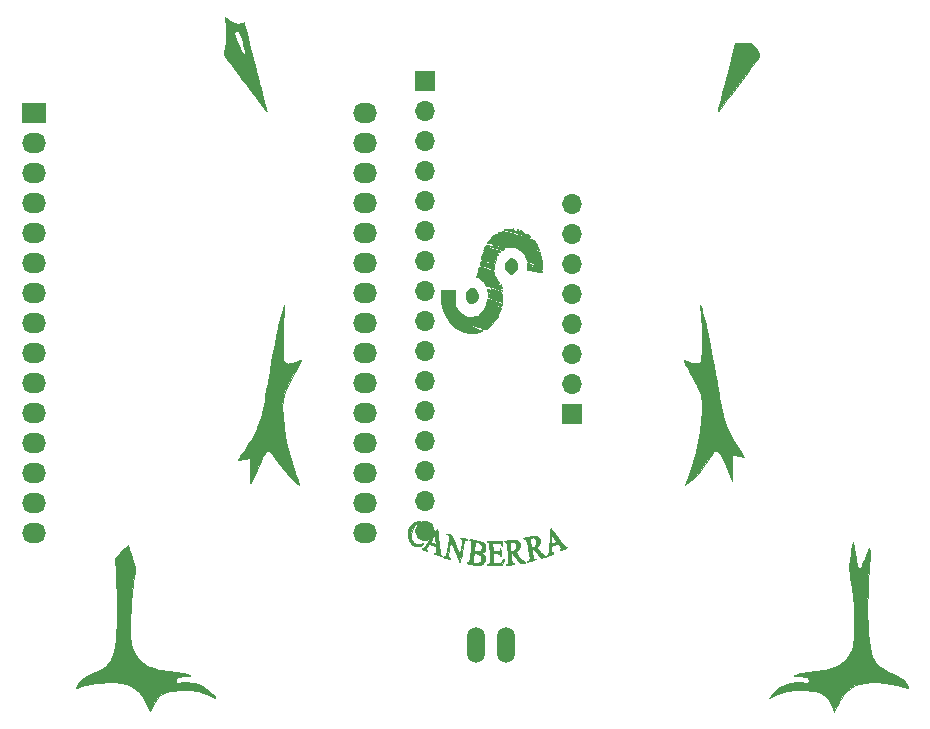
<source format=gbr>
G04 #@! TF.FileFunction,Soldermask,Bot*
%FSLAX46Y46*%
G04 Gerber Fmt 4.6, Leading zero omitted, Abs format (unit mm)*
G04 Created by KiCad (PCBNEW 4.0.4+e1-6308~48~ubuntu16.04.1-stable) date Mon Jan  2 16:02:27 2017*
%MOMM*%
%LPD*%
G01*
G04 APERTURE LIST*
%ADD10C,0.100000*%
%ADD11C,0.010000*%
%ADD12O,1.506220X3.014980*%
%ADD13O,2.032000X1.727200*%
%ADD14R,2.032000X1.727200*%
%ADD15R,1.700000X1.700000*%
%ADD16O,1.700000X1.700000*%
G04 APERTURE END LIST*
D10*
D11*
G36*
X183336859Y-120056456D02*
X183361968Y-120181641D01*
X183398307Y-120371585D01*
X183443457Y-120613535D01*
X183495001Y-120894738D01*
X183528352Y-121079006D01*
X183584129Y-121381356D01*
X183637149Y-121655292D01*
X183684592Y-121887272D01*
X183723633Y-122063754D01*
X183751450Y-122171197D01*
X183761268Y-122196456D01*
X183828311Y-122237997D01*
X183921203Y-122245631D01*
X183962326Y-122236916D01*
X183999588Y-122214293D01*
X184038788Y-122167002D01*
X184085720Y-122084284D01*
X184146182Y-121955379D01*
X184225970Y-121769529D01*
X184330881Y-121515974D01*
X184383485Y-121387543D01*
X184728807Y-120543360D01*
X184753741Y-120839835D01*
X184758515Y-120989630D01*
X184755305Y-121216957D01*
X184744633Y-121507567D01*
X184727021Y-121847212D01*
X184703445Y-122215110D01*
X184634575Y-123323486D01*
X184587555Y-124358382D01*
X184562320Y-125318130D01*
X184558803Y-126201062D01*
X184576938Y-127005512D01*
X184616660Y-127729812D01*
X184677901Y-128372294D01*
X184760598Y-128931293D01*
X184864683Y-129405140D01*
X184990090Y-129792167D01*
X185004560Y-129827864D01*
X185121129Y-130066999D01*
X185265427Y-130280057D01*
X185445691Y-130473938D01*
X185670158Y-130655541D01*
X185947063Y-130831767D01*
X186284645Y-131009513D01*
X186578164Y-131145993D01*
X186934718Y-131312260D01*
X187225531Y-131465613D01*
X187459028Y-131612328D01*
X187643635Y-131758679D01*
X187787776Y-131910943D01*
X187899878Y-132075395D01*
X187947333Y-132165784D01*
X188000882Y-132284832D01*
X188030716Y-132366691D01*
X188032844Y-132387932D01*
X187992740Y-132383444D01*
X187894269Y-132359915D01*
X187752510Y-132321234D01*
X187592831Y-132274406D01*
X187091343Y-132143812D01*
X186543864Y-132038472D01*
X185978283Y-131962889D01*
X185422491Y-131921566D01*
X185402940Y-131920772D01*
X184843484Y-131918286D01*
X184345791Y-131959552D01*
X183903561Y-132047620D01*
X183510495Y-132185541D01*
X183160294Y-132376366D01*
X182846658Y-132623144D01*
X182563287Y-132928928D01*
X182303881Y-133296768D01*
X182199688Y-133472039D01*
X182140782Y-133583665D01*
X182059549Y-133747629D01*
X181970075Y-133935256D01*
X181934612Y-134011643D01*
X181758400Y-134394570D01*
X181642287Y-134108967D01*
X181454954Y-133712659D01*
X181238968Y-133367772D01*
X181003616Y-133086579D01*
X180758188Y-132881357D01*
X180676050Y-132832118D01*
X180457406Y-132743118D01*
X180168142Y-132672715D01*
X179811995Y-132621442D01*
X179392700Y-132589834D01*
X178913995Y-132578424D01*
X178901298Y-132578402D01*
X178571758Y-132581879D01*
X178281628Y-132595430D01*
X178016933Y-132622453D01*
X177763693Y-132666349D01*
X177507931Y-132730517D01*
X177235669Y-132818356D01*
X176932929Y-132933267D01*
X176585733Y-133078648D01*
X176266522Y-133219200D01*
X176256795Y-133206544D01*
X176295400Y-133143875D01*
X176374405Y-133043091D01*
X176418164Y-132991754D01*
X176773871Y-132641893D01*
X177178642Y-132347123D01*
X177614876Y-132118534D01*
X178030668Y-131975755D01*
X178195461Y-131944845D01*
X178400234Y-131923080D01*
X178624495Y-131910846D01*
X178847756Y-131908526D01*
X179049523Y-131916504D01*
X179209307Y-131935164D01*
X179278613Y-131952375D01*
X179415928Y-131966739D01*
X179519730Y-131911788D01*
X179576783Y-131797311D01*
X179583686Y-131726681D01*
X179573856Y-131631802D01*
X179538404Y-131558868D01*
X179468393Y-131504244D01*
X179354884Y-131464290D01*
X179188936Y-131435369D01*
X178961611Y-131413843D01*
X178787567Y-131402710D01*
X178592402Y-131390337D01*
X178463934Y-131378279D01*
X178393062Y-131364579D01*
X178370683Y-131347275D01*
X178387697Y-131324411D01*
X178395883Y-131318397D01*
X178507697Y-131258244D01*
X178666002Y-131203366D01*
X178877182Y-131152360D01*
X179147623Y-131103823D01*
X179483711Y-131056350D01*
X179716373Y-131028159D01*
X180081422Y-130985010D01*
X180382483Y-130946752D01*
X180631178Y-130911415D01*
X180839130Y-130877030D01*
X181017964Y-130841630D01*
X181179300Y-130803245D01*
X181334763Y-130759908D01*
X181378931Y-130746586D01*
X181795962Y-130597406D01*
X182151300Y-130421277D01*
X182457431Y-130210364D01*
X182726839Y-129956831D01*
X182833773Y-129833648D01*
X182996022Y-129617929D01*
X183127153Y-129398012D01*
X183230434Y-129160882D01*
X183309131Y-128893520D01*
X183366511Y-128582909D01*
X183405841Y-128216032D01*
X183430389Y-127779871D01*
X183440755Y-127415058D01*
X183443972Y-126761694D01*
X183426629Y-126099885D01*
X183387610Y-125414558D01*
X183325795Y-124690638D01*
X183240067Y-123913052D01*
X183129307Y-123066726D01*
X183105976Y-122901364D01*
X182990771Y-122093182D01*
X183151580Y-121043058D01*
X183197672Y-120746210D01*
X183239721Y-120483249D01*
X183275643Y-120266575D01*
X183303355Y-120108585D01*
X183320774Y-120021675D01*
X183325400Y-120008784D01*
X183336859Y-120056456D01*
X183336859Y-120056456D01*
G37*
X183336859Y-120056456D02*
X183361968Y-120181641D01*
X183398307Y-120371585D01*
X183443457Y-120613535D01*
X183495001Y-120894738D01*
X183528352Y-121079006D01*
X183584129Y-121381356D01*
X183637149Y-121655292D01*
X183684592Y-121887272D01*
X183723633Y-122063754D01*
X183751450Y-122171197D01*
X183761268Y-122196456D01*
X183828311Y-122237997D01*
X183921203Y-122245631D01*
X183962326Y-122236916D01*
X183999588Y-122214293D01*
X184038788Y-122167002D01*
X184085720Y-122084284D01*
X184146182Y-121955379D01*
X184225970Y-121769529D01*
X184330881Y-121515974D01*
X184383485Y-121387543D01*
X184728807Y-120543360D01*
X184753741Y-120839835D01*
X184758515Y-120989630D01*
X184755305Y-121216957D01*
X184744633Y-121507567D01*
X184727021Y-121847212D01*
X184703445Y-122215110D01*
X184634575Y-123323486D01*
X184587555Y-124358382D01*
X184562320Y-125318130D01*
X184558803Y-126201062D01*
X184576938Y-127005512D01*
X184616660Y-127729812D01*
X184677901Y-128372294D01*
X184760598Y-128931293D01*
X184864683Y-129405140D01*
X184990090Y-129792167D01*
X185004560Y-129827864D01*
X185121129Y-130066999D01*
X185265427Y-130280057D01*
X185445691Y-130473938D01*
X185670158Y-130655541D01*
X185947063Y-130831767D01*
X186284645Y-131009513D01*
X186578164Y-131145993D01*
X186934718Y-131312260D01*
X187225531Y-131465613D01*
X187459028Y-131612328D01*
X187643635Y-131758679D01*
X187787776Y-131910943D01*
X187899878Y-132075395D01*
X187947333Y-132165784D01*
X188000882Y-132284832D01*
X188030716Y-132366691D01*
X188032844Y-132387932D01*
X187992740Y-132383444D01*
X187894269Y-132359915D01*
X187752510Y-132321234D01*
X187592831Y-132274406D01*
X187091343Y-132143812D01*
X186543864Y-132038472D01*
X185978283Y-131962889D01*
X185422491Y-131921566D01*
X185402940Y-131920772D01*
X184843484Y-131918286D01*
X184345791Y-131959552D01*
X183903561Y-132047620D01*
X183510495Y-132185541D01*
X183160294Y-132376366D01*
X182846658Y-132623144D01*
X182563287Y-132928928D01*
X182303881Y-133296768D01*
X182199688Y-133472039D01*
X182140782Y-133583665D01*
X182059549Y-133747629D01*
X181970075Y-133935256D01*
X181934612Y-134011643D01*
X181758400Y-134394570D01*
X181642287Y-134108967D01*
X181454954Y-133712659D01*
X181238968Y-133367772D01*
X181003616Y-133086579D01*
X180758188Y-132881357D01*
X180676050Y-132832118D01*
X180457406Y-132743118D01*
X180168142Y-132672715D01*
X179811995Y-132621442D01*
X179392700Y-132589834D01*
X178913995Y-132578424D01*
X178901298Y-132578402D01*
X178571758Y-132581879D01*
X178281628Y-132595430D01*
X178016933Y-132622453D01*
X177763693Y-132666349D01*
X177507931Y-132730517D01*
X177235669Y-132818356D01*
X176932929Y-132933267D01*
X176585733Y-133078648D01*
X176266522Y-133219200D01*
X176256795Y-133206544D01*
X176295400Y-133143875D01*
X176374405Y-133043091D01*
X176418164Y-132991754D01*
X176773871Y-132641893D01*
X177178642Y-132347123D01*
X177614876Y-132118534D01*
X178030668Y-131975755D01*
X178195461Y-131944845D01*
X178400234Y-131923080D01*
X178624495Y-131910846D01*
X178847756Y-131908526D01*
X179049523Y-131916504D01*
X179209307Y-131935164D01*
X179278613Y-131952375D01*
X179415928Y-131966739D01*
X179519730Y-131911788D01*
X179576783Y-131797311D01*
X179583686Y-131726681D01*
X179573856Y-131631802D01*
X179538404Y-131558868D01*
X179468393Y-131504244D01*
X179354884Y-131464290D01*
X179188936Y-131435369D01*
X178961611Y-131413843D01*
X178787567Y-131402710D01*
X178592402Y-131390337D01*
X178463934Y-131378279D01*
X178393062Y-131364579D01*
X178370683Y-131347275D01*
X178387697Y-131324411D01*
X178395883Y-131318397D01*
X178507697Y-131258244D01*
X178666002Y-131203366D01*
X178877182Y-131152360D01*
X179147623Y-131103823D01*
X179483711Y-131056350D01*
X179716373Y-131028159D01*
X180081422Y-130985010D01*
X180382483Y-130946752D01*
X180631178Y-130911415D01*
X180839130Y-130877030D01*
X181017964Y-130841630D01*
X181179300Y-130803245D01*
X181334763Y-130759908D01*
X181378931Y-130746586D01*
X181795962Y-130597406D01*
X182151300Y-130421277D01*
X182457431Y-130210364D01*
X182726839Y-129956831D01*
X182833773Y-129833648D01*
X182996022Y-129617929D01*
X183127153Y-129398012D01*
X183230434Y-129160882D01*
X183309131Y-128893520D01*
X183366511Y-128582909D01*
X183405841Y-128216032D01*
X183430389Y-127779871D01*
X183440755Y-127415058D01*
X183443972Y-126761694D01*
X183426629Y-126099885D01*
X183387610Y-125414558D01*
X183325795Y-124690638D01*
X183240067Y-123913052D01*
X183129307Y-123066726D01*
X183105976Y-122901364D01*
X182990771Y-122093182D01*
X183151580Y-121043058D01*
X183197672Y-120746210D01*
X183239721Y-120483249D01*
X183275643Y-120266575D01*
X183303355Y-120108585D01*
X183320774Y-120021675D01*
X183325400Y-120008784D01*
X183336859Y-120056456D01*
G36*
X122077118Y-120602638D02*
X122252290Y-121090784D01*
X122410421Y-121659604D01*
X122487454Y-121995703D01*
X122521152Y-122157754D01*
X122540741Y-122280806D01*
X122546359Y-122392340D01*
X122538145Y-122519837D01*
X122516236Y-122690777D01*
X122491798Y-122857959D01*
X122390725Y-123597181D01*
X122306140Y-124331081D01*
X122238460Y-125049882D01*
X122188101Y-125743804D01*
X122155478Y-126403067D01*
X122141008Y-127017894D01*
X122145105Y-127578505D01*
X122168187Y-128075121D01*
X122210667Y-128497963D01*
X122243388Y-128700481D01*
X122365362Y-129144704D01*
X122552879Y-129543549D01*
X122804677Y-129895325D01*
X123119494Y-130198340D01*
X123496069Y-130450903D01*
X123583649Y-130497769D01*
X123757797Y-130582304D01*
X123933670Y-130656114D01*
X124120243Y-130721194D01*
X124326492Y-130779544D01*
X124561390Y-130833160D01*
X124833912Y-130884041D01*
X125153033Y-130934183D01*
X125527727Y-130985584D01*
X125966968Y-131040243D01*
X126082913Y-131054058D01*
X126440343Y-131101924D01*
X126726966Y-131152971D01*
X126947781Y-131208432D01*
X127107785Y-131269538D01*
X127203674Y-131330161D01*
X127232680Y-131360143D01*
X127229232Y-131380164D01*
X127183159Y-131392440D01*
X127084287Y-131399187D01*
X126922443Y-131402621D01*
X126868166Y-131403252D01*
X126570539Y-131415107D01*
X126342283Y-131444492D01*
X126178112Y-131492816D01*
X126072739Y-131561487D01*
X126029257Y-131626844D01*
X126005432Y-131764126D01*
X126043618Y-131876483D01*
X126130469Y-131949214D01*
X126252641Y-131967615D01*
X126323892Y-131951468D01*
X126450065Y-131925408D01*
X126630905Y-131911214D01*
X126845936Y-131908425D01*
X127074682Y-131916579D01*
X127296667Y-131935214D01*
X127491416Y-131963869D01*
X127562672Y-131979401D01*
X127912313Y-132094492D01*
X128268832Y-132262139D01*
X128598937Y-132465616D01*
X128734693Y-132568220D01*
X128855585Y-132672480D01*
X128982450Y-132791733D01*
X129105084Y-132914867D01*
X129213281Y-133030770D01*
X129296836Y-133128328D01*
X129345543Y-133196429D01*
X129349197Y-133223961D01*
X129333388Y-133220138D01*
X128951540Y-133056434D01*
X128628061Y-132922893D01*
X128350558Y-132816495D01*
X128106641Y-132734220D01*
X127883920Y-132673047D01*
X127670002Y-132629957D01*
X127452497Y-132601928D01*
X127219015Y-132585940D01*
X126957164Y-132578974D01*
X126698611Y-132577897D01*
X126235530Y-132587050D01*
X125840184Y-132613410D01*
X125505645Y-132658105D01*
X125224985Y-132722264D01*
X124991275Y-132807017D01*
X124852630Y-132878770D01*
X124624518Y-133056590D01*
X124398551Y-133312531D01*
X124185248Y-133632916D01*
X124006349Y-133979163D01*
X123930314Y-134142234D01*
X123867439Y-134269391D01*
X123826792Y-134342668D01*
X123817417Y-134353515D01*
X123792818Y-134315587D01*
X123743314Y-134213815D01*
X123677848Y-134067008D01*
X123648351Y-133997888D01*
X123418149Y-133512990D01*
X123163443Y-133098546D01*
X122879187Y-132751555D01*
X122560336Y-132469015D01*
X122201843Y-132247925D01*
X121798662Y-132085281D01*
X121345748Y-131978084D01*
X120838053Y-131923330D01*
X120270532Y-131918018D01*
X120159059Y-131922194D01*
X119735575Y-131952457D01*
X119289843Y-132005174D01*
X118840571Y-132076886D01*
X118406471Y-132164134D01*
X118006250Y-132263459D01*
X117658620Y-132371402D01*
X117585926Y-132397892D01*
X117546977Y-132406421D01*
X117542345Y-132378742D01*
X117573915Y-132297704D01*
X117604258Y-132230960D01*
X117707943Y-132042568D01*
X117840740Y-131871456D01*
X118010885Y-131711313D01*
X118226611Y-131555832D01*
X118496156Y-131398704D01*
X118827754Y-131233620D01*
X119021746Y-131145075D01*
X119408210Y-130962105D01*
X119728091Y-130785025D01*
X119989843Y-130606477D01*
X120201920Y-130419102D01*
X120372775Y-130215538D01*
X120510863Y-129988428D01*
X120613508Y-129759364D01*
X120737363Y-129375838D01*
X120839828Y-128913844D01*
X120920950Y-128372213D01*
X120980778Y-127749773D01*
X121019360Y-127045354D01*
X121036743Y-126257786D01*
X121032975Y-125385900D01*
X121008104Y-124428524D01*
X120962178Y-123384488D01*
X120910615Y-122490918D01*
X120845314Y-121457017D01*
X121127709Y-121127383D01*
X121285952Y-120947455D01*
X121462173Y-120754506D01*
X121625838Y-120581772D01*
X121674551Y-120532194D01*
X121938997Y-120266639D01*
X122077118Y-120602638D01*
X122077118Y-120602638D01*
G37*
X122077118Y-120602638D02*
X122252290Y-121090784D01*
X122410421Y-121659604D01*
X122487454Y-121995703D01*
X122521152Y-122157754D01*
X122540741Y-122280806D01*
X122546359Y-122392340D01*
X122538145Y-122519837D01*
X122516236Y-122690777D01*
X122491798Y-122857959D01*
X122390725Y-123597181D01*
X122306140Y-124331081D01*
X122238460Y-125049882D01*
X122188101Y-125743804D01*
X122155478Y-126403067D01*
X122141008Y-127017894D01*
X122145105Y-127578505D01*
X122168187Y-128075121D01*
X122210667Y-128497963D01*
X122243388Y-128700481D01*
X122365362Y-129144704D01*
X122552879Y-129543549D01*
X122804677Y-129895325D01*
X123119494Y-130198340D01*
X123496069Y-130450903D01*
X123583649Y-130497769D01*
X123757797Y-130582304D01*
X123933670Y-130656114D01*
X124120243Y-130721194D01*
X124326492Y-130779544D01*
X124561390Y-130833160D01*
X124833912Y-130884041D01*
X125153033Y-130934183D01*
X125527727Y-130985584D01*
X125966968Y-131040243D01*
X126082913Y-131054058D01*
X126440343Y-131101924D01*
X126726966Y-131152971D01*
X126947781Y-131208432D01*
X127107785Y-131269538D01*
X127203674Y-131330161D01*
X127232680Y-131360143D01*
X127229232Y-131380164D01*
X127183159Y-131392440D01*
X127084287Y-131399187D01*
X126922443Y-131402621D01*
X126868166Y-131403252D01*
X126570539Y-131415107D01*
X126342283Y-131444492D01*
X126178112Y-131492816D01*
X126072739Y-131561487D01*
X126029257Y-131626844D01*
X126005432Y-131764126D01*
X126043618Y-131876483D01*
X126130469Y-131949214D01*
X126252641Y-131967615D01*
X126323892Y-131951468D01*
X126450065Y-131925408D01*
X126630905Y-131911214D01*
X126845936Y-131908425D01*
X127074682Y-131916579D01*
X127296667Y-131935214D01*
X127491416Y-131963869D01*
X127562672Y-131979401D01*
X127912313Y-132094492D01*
X128268832Y-132262139D01*
X128598937Y-132465616D01*
X128734693Y-132568220D01*
X128855585Y-132672480D01*
X128982450Y-132791733D01*
X129105084Y-132914867D01*
X129213281Y-133030770D01*
X129296836Y-133128328D01*
X129345543Y-133196429D01*
X129349197Y-133223961D01*
X129333388Y-133220138D01*
X128951540Y-133056434D01*
X128628061Y-132922893D01*
X128350558Y-132816495D01*
X128106641Y-132734220D01*
X127883920Y-132673047D01*
X127670002Y-132629957D01*
X127452497Y-132601928D01*
X127219015Y-132585940D01*
X126957164Y-132578974D01*
X126698611Y-132577897D01*
X126235530Y-132587050D01*
X125840184Y-132613410D01*
X125505645Y-132658105D01*
X125224985Y-132722264D01*
X124991275Y-132807017D01*
X124852630Y-132878770D01*
X124624518Y-133056590D01*
X124398551Y-133312531D01*
X124185248Y-133632916D01*
X124006349Y-133979163D01*
X123930314Y-134142234D01*
X123867439Y-134269391D01*
X123826792Y-134342668D01*
X123817417Y-134353515D01*
X123792818Y-134315587D01*
X123743314Y-134213815D01*
X123677848Y-134067008D01*
X123648351Y-133997888D01*
X123418149Y-133512990D01*
X123163443Y-133098546D01*
X122879187Y-132751555D01*
X122560336Y-132469015D01*
X122201843Y-132247925D01*
X121798662Y-132085281D01*
X121345748Y-131978084D01*
X120838053Y-131923330D01*
X120270532Y-131918018D01*
X120159059Y-131922194D01*
X119735575Y-131952457D01*
X119289843Y-132005174D01*
X118840571Y-132076886D01*
X118406471Y-132164134D01*
X118006250Y-132263459D01*
X117658620Y-132371402D01*
X117585926Y-132397892D01*
X117546977Y-132406421D01*
X117542345Y-132378742D01*
X117573915Y-132297704D01*
X117604258Y-132230960D01*
X117707943Y-132042568D01*
X117840740Y-131871456D01*
X118010885Y-131711313D01*
X118226611Y-131555832D01*
X118496156Y-131398704D01*
X118827754Y-131233620D01*
X119021746Y-131145075D01*
X119408210Y-130962105D01*
X119728091Y-130785025D01*
X119989843Y-130606477D01*
X120201920Y-130419102D01*
X120372775Y-130215538D01*
X120510863Y-129988428D01*
X120613508Y-129759364D01*
X120737363Y-129375838D01*
X120839828Y-128913844D01*
X120920950Y-128372213D01*
X120980778Y-127749773D01*
X121019360Y-127045354D01*
X121036743Y-126257786D01*
X121032975Y-125385900D01*
X121008104Y-124428524D01*
X120962178Y-123384488D01*
X120910615Y-122490918D01*
X120845314Y-121457017D01*
X121127709Y-121127383D01*
X121285952Y-120947455D01*
X121462173Y-120754506D01*
X121625838Y-120581772D01*
X121674551Y-120532194D01*
X121938997Y-120266639D01*
X122077118Y-120602638D01*
G36*
X153652940Y-120176636D02*
X153650202Y-120308403D01*
X153643201Y-120392004D01*
X153637729Y-120407546D01*
X153610907Y-120371806D01*
X153562345Y-120282490D01*
X153544232Y-120245909D01*
X153465945Y-120084273D01*
X152818910Y-120084273D01*
X152818910Y-120332500D01*
X152823133Y-120503319D01*
X152833868Y-120658105D01*
X152841145Y-120716158D01*
X152856379Y-120790056D01*
X152883923Y-120828788D01*
X152943024Y-120841061D01*
X153052929Y-120835582D01*
X153097040Y-120831917D01*
X153262659Y-120808930D01*
X153364650Y-120769116D01*
X153414788Y-120705335D01*
X153425477Y-120632800D01*
X153440126Y-120560843D01*
X153458489Y-120546091D01*
X153481251Y-120587738D01*
X153500963Y-120694566D01*
X153515854Y-120839407D01*
X153524155Y-120995091D01*
X153524095Y-121134449D01*
X153513905Y-121230311D01*
X153504565Y-121253311D01*
X153467656Y-121260006D01*
X153430442Y-121182175D01*
X153422266Y-121155085D01*
X153397215Y-121077955D01*
X153364598Y-121033965D01*
X153305114Y-121013809D01*
X153199467Y-121008182D01*
X153117009Y-121007909D01*
X152853868Y-121007909D01*
X152875776Y-121816091D01*
X153154623Y-121829758D01*
X153348803Y-121827160D01*
X153486864Y-121791141D01*
X153585772Y-121712872D01*
X153662491Y-121583525D01*
X153672721Y-121560146D01*
X153725076Y-121461799D01*
X153759017Y-121444329D01*
X153770743Y-121497979D01*
X153756456Y-121612996D01*
X153732268Y-121712998D01*
X153665027Y-121954636D01*
X153384133Y-121983237D01*
X153180647Y-122000302D01*
X152973584Y-122011369D01*
X152776704Y-122016450D01*
X152603767Y-122015558D01*
X152468533Y-122008708D01*
X152384764Y-121995913D01*
X152363985Y-121982245D01*
X152395862Y-121939854D01*
X152473048Y-121894301D01*
X152477716Y-121892284D01*
X152591447Y-121843987D01*
X152586738Y-121275857D01*
X152582768Y-121017058D01*
X152575658Y-120755468D01*
X152566489Y-120524963D01*
X152558306Y-120384455D01*
X152544166Y-120215257D01*
X152527529Y-120117196D01*
X152500444Y-120069285D01*
X152454964Y-120050536D01*
X152430328Y-120046569D01*
X152354598Y-120022396D01*
X152326074Y-119988842D01*
X152362326Y-119973876D01*
X152464482Y-119961462D01*
X152622639Y-119952244D01*
X152826898Y-119946864D01*
X152989507Y-119945727D01*
X153652940Y-119945727D01*
X153652940Y-120176636D01*
X153652940Y-120176636D01*
G37*
X153652940Y-120176636D02*
X153650202Y-120308403D01*
X153643201Y-120392004D01*
X153637729Y-120407546D01*
X153610907Y-120371806D01*
X153562345Y-120282490D01*
X153544232Y-120245909D01*
X153465945Y-120084273D01*
X152818910Y-120084273D01*
X152818910Y-120332500D01*
X152823133Y-120503319D01*
X152833868Y-120658105D01*
X152841145Y-120716158D01*
X152856379Y-120790056D01*
X152883923Y-120828788D01*
X152943024Y-120841061D01*
X153052929Y-120835582D01*
X153097040Y-120831917D01*
X153262659Y-120808930D01*
X153364650Y-120769116D01*
X153414788Y-120705335D01*
X153425477Y-120632800D01*
X153440126Y-120560843D01*
X153458489Y-120546091D01*
X153481251Y-120587738D01*
X153500963Y-120694566D01*
X153515854Y-120839407D01*
X153524155Y-120995091D01*
X153524095Y-121134449D01*
X153513905Y-121230311D01*
X153504565Y-121253311D01*
X153467656Y-121260006D01*
X153430442Y-121182175D01*
X153422266Y-121155085D01*
X153397215Y-121077955D01*
X153364598Y-121033965D01*
X153305114Y-121013809D01*
X153199467Y-121008182D01*
X153117009Y-121007909D01*
X152853868Y-121007909D01*
X152875776Y-121816091D01*
X153154623Y-121829758D01*
X153348803Y-121827160D01*
X153486864Y-121791141D01*
X153585772Y-121712872D01*
X153662491Y-121583525D01*
X153672721Y-121560146D01*
X153725076Y-121461799D01*
X153759017Y-121444329D01*
X153770743Y-121497979D01*
X153756456Y-121612996D01*
X153732268Y-121712998D01*
X153665027Y-121954636D01*
X153384133Y-121983237D01*
X153180647Y-122000302D01*
X152973584Y-122011369D01*
X152776704Y-122016450D01*
X152603767Y-122015558D01*
X152468533Y-122008708D01*
X152384764Y-121995913D01*
X152363985Y-121982245D01*
X152395862Y-121939854D01*
X152473048Y-121894301D01*
X152477716Y-121892284D01*
X152591447Y-121843987D01*
X152586738Y-121275857D01*
X152582768Y-121017058D01*
X152575658Y-120755468D01*
X152566489Y-120524963D01*
X152558306Y-120384455D01*
X152544166Y-120215257D01*
X152527529Y-120117196D01*
X152500444Y-120069285D01*
X152454964Y-120050536D01*
X152430328Y-120046569D01*
X152354598Y-120022396D01*
X152326074Y-119988842D01*
X152362326Y-119973876D01*
X152464482Y-119961462D01*
X152622639Y-119952244D01*
X152826898Y-119946864D01*
X152989507Y-119945727D01*
X153652940Y-119945727D01*
X153652940Y-120176636D01*
G36*
X151033359Y-119816977D02*
X151193284Y-119842966D01*
X151380157Y-119880054D01*
X151570559Y-119923146D01*
X151741075Y-119967149D01*
X151868287Y-120006967D01*
X151899174Y-120019386D01*
X152065347Y-120130656D01*
X152172015Y-120283787D01*
X152212198Y-120468493D01*
X152212343Y-120480873D01*
X152182724Y-120702449D01*
X152094783Y-120867166D01*
X152032905Y-120924559D01*
X151935050Y-120996888D01*
X152020040Y-121052298D01*
X152091485Y-121131550D01*
X152154334Y-121252489D01*
X152160554Y-121269587D01*
X152191229Y-121469126D01*
X152149330Y-121663030D01*
X152037891Y-121838769D01*
X152017351Y-121860761D01*
X151949850Y-121921312D01*
X151879513Y-121955887D01*
X151783126Y-121970877D01*
X151637474Y-121972670D01*
X151612345Y-121972241D01*
X151434207Y-121963512D01*
X151252273Y-121946042D01*
X151112940Y-121924846D01*
X150969462Y-121896155D01*
X150835907Y-121869687D01*
X150781223Y-121858967D01*
X150691951Y-121826762D01*
X150660239Y-121786562D01*
X150690517Y-121754953D01*
X150751269Y-121746818D01*
X150797937Y-121737066D01*
X150835849Y-121700144D01*
X150854195Y-121656935D01*
X151166815Y-121656935D01*
X151172396Y-121739292D01*
X151176506Y-121748761D01*
X151262503Y-121799764D01*
X151392575Y-121825317D01*
X151537628Y-121824190D01*
X151668570Y-121795152D01*
X151716796Y-121771617D01*
X151810208Y-121690851D01*
X151857553Y-121580933D01*
X151871134Y-121412613D01*
X151871149Y-121404728D01*
X151835888Y-121246338D01*
X151738839Y-121113228D01*
X151593102Y-121016231D01*
X151411775Y-120966182D01*
X151335536Y-120961727D01*
X151285712Y-120966678D01*
X151252742Y-120993809D01*
X151229502Y-121061536D01*
X151208866Y-121188276D01*
X151190345Y-121337036D01*
X151173067Y-121514833D01*
X151166815Y-121656935D01*
X150854195Y-121656935D01*
X150867945Y-121624551D01*
X150897166Y-121498788D01*
X150926450Y-121311354D01*
X150958739Y-121050749D01*
X150981810Y-120845076D01*
X150986287Y-120800091D01*
X151283537Y-120800091D01*
X151454134Y-120823421D01*
X151625783Y-120835862D01*
X151745094Y-120813293D01*
X151831707Y-120749720D01*
X151872002Y-120695917D01*
X151936013Y-120535017D01*
X151928447Y-120373754D01*
X151852726Y-120225311D01*
X151719088Y-120107100D01*
X151611600Y-120060881D01*
X151493609Y-120040864D01*
X151390468Y-120047766D01*
X151327530Y-120082306D01*
X151320905Y-120095818D01*
X151310939Y-120168724D01*
X151301185Y-120304712D01*
X151293734Y-120474528D01*
X151293662Y-120476818D01*
X151283537Y-120800091D01*
X150986287Y-120800091D01*
X151014167Y-120520008D01*
X151030066Y-120275445D01*
X151028995Y-120101593D01*
X151010442Y-119988659D01*
X150973897Y-119926849D01*
X150932865Y-119907879D01*
X150863052Y-119876584D01*
X150852803Y-119834541D01*
X150904503Y-119808230D01*
X150923796Y-119807182D01*
X151033359Y-119816977D01*
X151033359Y-119816977D01*
G37*
X151033359Y-119816977D02*
X151193284Y-119842966D01*
X151380157Y-119880054D01*
X151570559Y-119923146D01*
X151741075Y-119967149D01*
X151868287Y-120006967D01*
X151899174Y-120019386D01*
X152065347Y-120130656D01*
X152172015Y-120283787D01*
X152212198Y-120468493D01*
X152212343Y-120480873D01*
X152182724Y-120702449D01*
X152094783Y-120867166D01*
X152032905Y-120924559D01*
X151935050Y-120996888D01*
X152020040Y-121052298D01*
X152091485Y-121131550D01*
X152154334Y-121252489D01*
X152160554Y-121269587D01*
X152191229Y-121469126D01*
X152149330Y-121663030D01*
X152037891Y-121838769D01*
X152017351Y-121860761D01*
X151949850Y-121921312D01*
X151879513Y-121955887D01*
X151783126Y-121970877D01*
X151637474Y-121972670D01*
X151612345Y-121972241D01*
X151434207Y-121963512D01*
X151252273Y-121946042D01*
X151112940Y-121924846D01*
X150969462Y-121896155D01*
X150835907Y-121869687D01*
X150781223Y-121858967D01*
X150691951Y-121826762D01*
X150660239Y-121786562D01*
X150690517Y-121754953D01*
X150751269Y-121746818D01*
X150797937Y-121737066D01*
X150835849Y-121700144D01*
X150854195Y-121656935D01*
X151166815Y-121656935D01*
X151172396Y-121739292D01*
X151176506Y-121748761D01*
X151262503Y-121799764D01*
X151392575Y-121825317D01*
X151537628Y-121824190D01*
X151668570Y-121795152D01*
X151716796Y-121771617D01*
X151810208Y-121690851D01*
X151857553Y-121580933D01*
X151871134Y-121412613D01*
X151871149Y-121404728D01*
X151835888Y-121246338D01*
X151738839Y-121113228D01*
X151593102Y-121016231D01*
X151411775Y-120966182D01*
X151335536Y-120961727D01*
X151285712Y-120966678D01*
X151252742Y-120993809D01*
X151229502Y-121061536D01*
X151208866Y-121188276D01*
X151190345Y-121337036D01*
X151173067Y-121514833D01*
X151166815Y-121656935D01*
X150854195Y-121656935D01*
X150867945Y-121624551D01*
X150897166Y-121498788D01*
X150926450Y-121311354D01*
X150958739Y-121050749D01*
X150981810Y-120845076D01*
X150986287Y-120800091D01*
X151283537Y-120800091D01*
X151454134Y-120823421D01*
X151625783Y-120835862D01*
X151745094Y-120813293D01*
X151831707Y-120749720D01*
X151872002Y-120695917D01*
X151936013Y-120535017D01*
X151928447Y-120373754D01*
X151852726Y-120225311D01*
X151719088Y-120107100D01*
X151611600Y-120060881D01*
X151493609Y-120040864D01*
X151390468Y-120047766D01*
X151327530Y-120082306D01*
X151320905Y-120095818D01*
X151310939Y-120168724D01*
X151301185Y-120304712D01*
X151293734Y-120474528D01*
X151293662Y-120476818D01*
X151283537Y-120800091D01*
X150986287Y-120800091D01*
X151014167Y-120520008D01*
X151030066Y-120275445D01*
X151028995Y-120101593D01*
X151010442Y-119988659D01*
X150973897Y-119926849D01*
X150932865Y-119907879D01*
X150863052Y-119876584D01*
X150852803Y-119834541D01*
X150904503Y-119808230D01*
X150923796Y-119807182D01*
X151033359Y-119816977D01*
G36*
X154795083Y-119872932D02*
X154867814Y-119901069D01*
X154893759Y-119916195D01*
X155036271Y-120048931D01*
X155116325Y-120216369D01*
X155133792Y-120400614D01*
X155088540Y-120583770D01*
X154980437Y-120747942D01*
X154900370Y-120819108D01*
X154791873Y-120899485D01*
X155016532Y-121222207D01*
X155172554Y-121429092D01*
X155314912Y-121574331D01*
X155465394Y-121677923D01*
X155567417Y-121727872D01*
X155602343Y-121751738D01*
X155576751Y-121773272D01*
X155491597Y-121797426D01*
X155360491Y-121826412D01*
X155261358Y-121834126D01*
X155178912Y-121811395D01*
X155097868Y-121749047D01*
X155002943Y-121637908D01*
X154878850Y-121468805D01*
X154830130Y-121400455D01*
X154669924Y-121184782D01*
X154547213Y-121040280D01*
X154463979Y-120969181D01*
X154440282Y-120961727D01*
X154395952Y-120969845D01*
X154376691Y-121009233D01*
X154377502Y-121102449D01*
X154386583Y-121204182D01*
X154400656Y-121369889D01*
X154409419Y-121517171D01*
X154410819Y-121570338D01*
X154433350Y-121692987D01*
X154488218Y-121783683D01*
X154557373Y-121816600D01*
X154579008Y-121810980D01*
X154638451Y-121814213D01*
X154653470Y-121831107D01*
X154651523Y-121865167D01*
X154602135Y-121893978D01*
X154497073Y-121920007D01*
X154328103Y-121945718D01*
X154231074Y-121957603D01*
X154071184Y-121970002D01*
X153978920Y-121962425D01*
X153956223Y-121942519D01*
X153988528Y-121898050D01*
X154056432Y-121864738D01*
X154156641Y-121834100D01*
X154132084Y-121432550D01*
X154116256Y-121198905D01*
X154095164Y-120921185D01*
X154072489Y-120647031D01*
X154064113Y-120552502D01*
X154043786Y-120338106D01*
X154025899Y-120197097D01*
X154016546Y-120158433D01*
X154306379Y-120158433D01*
X154311834Y-120300155D01*
X154318105Y-120399619D01*
X154330950Y-120576279D01*
X154343582Y-120719222D01*
X154353576Y-120801505D01*
X154354822Y-120807461D01*
X154396948Y-120838224D01*
X154481586Y-120830140D01*
X154585734Y-120790851D01*
X154686390Y-120728001D01*
X154737052Y-120680443D01*
X154807941Y-120541833D01*
X154828487Y-120368824D01*
X154796404Y-120198452D01*
X154770208Y-120142574D01*
X154682958Y-120058204D01*
X154555876Y-120007599D01*
X154422598Y-120001688D01*
X154375223Y-120014233D01*
X154334985Y-120036307D01*
X154313067Y-120077429D01*
X154306379Y-120158433D01*
X154016546Y-120158433D01*
X154005069Y-120110994D01*
X153975918Y-120061313D01*
X153933064Y-120029570D01*
X153908016Y-120016286D01*
X153833968Y-119975683D01*
X153825474Y-119953643D01*
X153878043Y-119933372D01*
X153885255Y-119931170D01*
X153959994Y-119916775D01*
X154089804Y-119899814D01*
X154254050Y-119882764D01*
X154374792Y-119872390D01*
X154566422Y-119860100D01*
X154700569Y-119859778D01*
X154795083Y-119872932D01*
X154795083Y-119872932D01*
G37*
X154795083Y-119872932D02*
X154867814Y-119901069D01*
X154893759Y-119916195D01*
X155036271Y-120048931D01*
X155116325Y-120216369D01*
X155133792Y-120400614D01*
X155088540Y-120583770D01*
X154980437Y-120747942D01*
X154900370Y-120819108D01*
X154791873Y-120899485D01*
X155016532Y-121222207D01*
X155172554Y-121429092D01*
X155314912Y-121574331D01*
X155465394Y-121677923D01*
X155567417Y-121727872D01*
X155602343Y-121751738D01*
X155576751Y-121773272D01*
X155491597Y-121797426D01*
X155360491Y-121826412D01*
X155261358Y-121834126D01*
X155178912Y-121811395D01*
X155097868Y-121749047D01*
X155002943Y-121637908D01*
X154878850Y-121468805D01*
X154830130Y-121400455D01*
X154669924Y-121184782D01*
X154547213Y-121040280D01*
X154463979Y-120969181D01*
X154440282Y-120961727D01*
X154395952Y-120969845D01*
X154376691Y-121009233D01*
X154377502Y-121102449D01*
X154386583Y-121204182D01*
X154400656Y-121369889D01*
X154409419Y-121517171D01*
X154410819Y-121570338D01*
X154433350Y-121692987D01*
X154488218Y-121783683D01*
X154557373Y-121816600D01*
X154579008Y-121810980D01*
X154638451Y-121814213D01*
X154653470Y-121831107D01*
X154651523Y-121865167D01*
X154602135Y-121893978D01*
X154497073Y-121920007D01*
X154328103Y-121945718D01*
X154231074Y-121957603D01*
X154071184Y-121970002D01*
X153978920Y-121962425D01*
X153956223Y-121942519D01*
X153988528Y-121898050D01*
X154056432Y-121864738D01*
X154156641Y-121834100D01*
X154132084Y-121432550D01*
X154116256Y-121198905D01*
X154095164Y-120921185D01*
X154072489Y-120647031D01*
X154064113Y-120552502D01*
X154043786Y-120338106D01*
X154025899Y-120197097D01*
X154016546Y-120158433D01*
X154306379Y-120158433D01*
X154311834Y-120300155D01*
X154318105Y-120399619D01*
X154330950Y-120576279D01*
X154343582Y-120719222D01*
X154353576Y-120801505D01*
X154354822Y-120807461D01*
X154396948Y-120838224D01*
X154481586Y-120830140D01*
X154585734Y-120790851D01*
X154686390Y-120728001D01*
X154737052Y-120680443D01*
X154807941Y-120541833D01*
X154828487Y-120368824D01*
X154796404Y-120198452D01*
X154770208Y-120142574D01*
X154682958Y-120058204D01*
X154555876Y-120007599D01*
X154422598Y-120001688D01*
X154375223Y-120014233D01*
X154334985Y-120036307D01*
X154313067Y-120077429D01*
X154306379Y-120158433D01*
X154016546Y-120158433D01*
X154005069Y-120110994D01*
X153975918Y-120061313D01*
X153933064Y-120029570D01*
X153908016Y-120016286D01*
X153833968Y-119975683D01*
X153825474Y-119953643D01*
X153878043Y-119933372D01*
X153885255Y-119931170D01*
X153959994Y-119916775D01*
X154089804Y-119899814D01*
X154254050Y-119882764D01*
X154374792Y-119872390D01*
X154566422Y-119860100D01*
X154700569Y-119859778D01*
X154795083Y-119872932D01*
G36*
X149062195Y-119333597D02*
X149146568Y-119355402D01*
X149350104Y-119416037D01*
X149659085Y-120154246D01*
X149762168Y-120400679D01*
X149856154Y-120625649D01*
X149934431Y-120813304D01*
X149990385Y-120947790D01*
X150015229Y-121007909D01*
X150035751Y-121048476D01*
X150054344Y-121051445D01*
X150074724Y-121005625D01*
X150100608Y-120899820D01*
X150135714Y-120722839D01*
X150168597Y-120546091D01*
X150217766Y-120276339D01*
X150250443Y-120082269D01*
X150266812Y-119949460D01*
X150267055Y-119863494D01*
X150251354Y-119809948D01*
X150219892Y-119774403D01*
X150178721Y-119746184D01*
X150112191Y-119692767D01*
X150114746Y-119663833D01*
X150182195Y-119660150D01*
X150310345Y-119682485D01*
X150402119Y-119705315D01*
X150541523Y-119749806D01*
X150629163Y-119792165D01*
X150659075Y-119826957D01*
X150625295Y-119848746D01*
X150564572Y-119853364D01*
X150495894Y-119869220D01*
X150444941Y-119927320D01*
X150403896Y-120043458D01*
X150364941Y-120233430D01*
X150358840Y-120269000D01*
X150309795Y-120548618D01*
X150257279Y-120829229D01*
X150204355Y-121096403D01*
X150154088Y-121335707D01*
X150109541Y-121532711D01*
X150073776Y-121672982D01*
X150049859Y-121742089D01*
X150045130Y-121746818D01*
X150019525Y-121707269D01*
X149966070Y-121596577D01*
X149890054Y-121426677D01*
X149796761Y-121209503D01*
X149691479Y-120956989D01*
X149645597Y-120844841D01*
X149527204Y-120559199D01*
X149425267Y-120323925D01*
X149343484Y-120146949D01*
X149285553Y-120036205D01*
X149255172Y-119999624D01*
X149252675Y-120002023D01*
X149235240Y-120067457D01*
X149206011Y-120204327D01*
X149168817Y-120393690D01*
X149127491Y-120616599D01*
X149120278Y-120656762D01*
X149013819Y-121252342D01*
X149125096Y-121360805D01*
X149186163Y-121431238D01*
X149184141Y-121464527D01*
X149116444Y-121461952D01*
X148989955Y-121427770D01*
X148866146Y-121390299D01*
X148753719Y-121358067D01*
X148753014Y-121357875D01*
X148671062Y-121318056D01*
X148653230Y-121273328D01*
X148700911Y-121242815D01*
X148744350Y-121238818D01*
X148791847Y-121233125D01*
X148830444Y-121208006D01*
X148864211Y-121151407D01*
X148897219Y-121051271D01*
X148933539Y-120895541D01*
X148977241Y-120672162D01*
X149026032Y-120404519D01*
X149068649Y-120170976D01*
X149107180Y-119966479D01*
X149138010Y-119809738D01*
X149157526Y-119719459D01*
X149160424Y-119708786D01*
X149150146Y-119632329D01*
X149098112Y-119531883D01*
X149023880Y-119437792D01*
X148949423Y-119381410D01*
X148914374Y-119344827D01*
X148919105Y-119326388D01*
X148966179Y-119319067D01*
X149062195Y-119333597D01*
X149062195Y-119333597D01*
G37*
X149062195Y-119333597D02*
X149146568Y-119355402D01*
X149350104Y-119416037D01*
X149659085Y-120154246D01*
X149762168Y-120400679D01*
X149856154Y-120625649D01*
X149934431Y-120813304D01*
X149990385Y-120947790D01*
X150015229Y-121007909D01*
X150035751Y-121048476D01*
X150054344Y-121051445D01*
X150074724Y-121005625D01*
X150100608Y-120899820D01*
X150135714Y-120722839D01*
X150168597Y-120546091D01*
X150217766Y-120276339D01*
X150250443Y-120082269D01*
X150266812Y-119949460D01*
X150267055Y-119863494D01*
X150251354Y-119809948D01*
X150219892Y-119774403D01*
X150178721Y-119746184D01*
X150112191Y-119692767D01*
X150114746Y-119663833D01*
X150182195Y-119660150D01*
X150310345Y-119682485D01*
X150402119Y-119705315D01*
X150541523Y-119749806D01*
X150629163Y-119792165D01*
X150659075Y-119826957D01*
X150625295Y-119848746D01*
X150564572Y-119853364D01*
X150495894Y-119869220D01*
X150444941Y-119927320D01*
X150403896Y-120043458D01*
X150364941Y-120233430D01*
X150358840Y-120269000D01*
X150309795Y-120548618D01*
X150257279Y-120829229D01*
X150204355Y-121096403D01*
X150154088Y-121335707D01*
X150109541Y-121532711D01*
X150073776Y-121672982D01*
X150049859Y-121742089D01*
X150045130Y-121746818D01*
X150019525Y-121707269D01*
X149966070Y-121596577D01*
X149890054Y-121426677D01*
X149796761Y-121209503D01*
X149691479Y-120956989D01*
X149645597Y-120844841D01*
X149527204Y-120559199D01*
X149425267Y-120323925D01*
X149343484Y-120146949D01*
X149285553Y-120036205D01*
X149255172Y-119999624D01*
X149252675Y-120002023D01*
X149235240Y-120067457D01*
X149206011Y-120204327D01*
X149168817Y-120393690D01*
X149127491Y-120616599D01*
X149120278Y-120656762D01*
X149013819Y-121252342D01*
X149125096Y-121360805D01*
X149186163Y-121431238D01*
X149184141Y-121464527D01*
X149116444Y-121461952D01*
X148989955Y-121427770D01*
X148866146Y-121390299D01*
X148753719Y-121358067D01*
X148753014Y-121357875D01*
X148671062Y-121318056D01*
X148653230Y-121273328D01*
X148700911Y-121242815D01*
X148744350Y-121238818D01*
X148791847Y-121233125D01*
X148830444Y-121208006D01*
X148864211Y-121151407D01*
X148897219Y-121051271D01*
X148933539Y-120895541D01*
X148977241Y-120672162D01*
X149026032Y-120404519D01*
X149068649Y-120170976D01*
X149107180Y-119966479D01*
X149138010Y-119809738D01*
X149157526Y-119719459D01*
X149160424Y-119708786D01*
X149150146Y-119632329D01*
X149098112Y-119531883D01*
X149023880Y-119437792D01*
X148949423Y-119381410D01*
X148914374Y-119344827D01*
X148919105Y-119326388D01*
X148966179Y-119319067D01*
X149062195Y-119333597D01*
G36*
X156437202Y-119494011D02*
X156556035Y-119526622D01*
X156634479Y-119572871D01*
X156747795Y-119703950D01*
X156808821Y-119873761D01*
X156817240Y-120057708D01*
X156772732Y-120231193D01*
X156674981Y-120369618D01*
X156645092Y-120393796D01*
X156570272Y-120454692D01*
X156534622Y-120497586D01*
X156534134Y-120500453D01*
X156561038Y-120543901D01*
X156631820Y-120629714D01*
X156731587Y-120741902D01*
X156845447Y-120864475D01*
X156958506Y-120981446D01*
X157055870Y-121076823D01*
X157122646Y-121134618D01*
X157128731Y-121138816D01*
X157233322Y-121181370D01*
X157311965Y-121192636D01*
X157389434Y-121205260D01*
X157403600Y-121236802D01*
X157363302Y-121277768D01*
X157277380Y-121318663D01*
X157167584Y-121347702D01*
X156954106Y-121387313D01*
X156608055Y-121001338D01*
X156438891Y-120819829D01*
X156312301Y-120702202D01*
X156220704Y-120643073D01*
X156156517Y-120637059D01*
X156125929Y-120659052D01*
X156128226Y-120706466D01*
X156143535Y-120821149D01*
X156168718Y-120980124D01*
X156174211Y-121012571D01*
X156225672Y-121246539D01*
X156285250Y-121390800D01*
X156354151Y-121447627D01*
X156401297Y-121440316D01*
X156459835Y-121445961D01*
X156473555Y-121462408D01*
X156449784Y-121492418D01*
X156364213Y-121533899D01*
X156229552Y-121581242D01*
X156152287Y-121604101D01*
X155982257Y-121651789D01*
X155872910Y-121681124D01*
X155810922Y-121693847D01*
X155782972Y-121691700D01*
X155775736Y-121676426D01*
X155775925Y-121653312D01*
X155807306Y-121603674D01*
X155870701Y-121562091D01*
X155914641Y-121537546D01*
X155943618Y-121502652D01*
X155957339Y-121444203D01*
X155955511Y-121348997D01*
X155937841Y-121203829D01*
X155904034Y-120995496D01*
X155853799Y-120710794D01*
X155851509Y-120697998D01*
X155796380Y-120389476D01*
X155754373Y-120159343D01*
X155721782Y-119995927D01*
X155694902Y-119887555D01*
X155670027Y-119822557D01*
X155643451Y-119789260D01*
X155618967Y-119779104D01*
X155975653Y-119779104D01*
X155983255Y-119888488D01*
X156021200Y-120136778D01*
X156050405Y-120307692D01*
X156075908Y-120414679D01*
X156102743Y-120471191D01*
X156135947Y-120490677D01*
X156180556Y-120486587D01*
X156205033Y-120480799D01*
X156313161Y-120428425D01*
X156419408Y-120339064D01*
X156428509Y-120328812D01*
X156508793Y-120182615D01*
X156529811Y-120020595D01*
X156498203Y-119865009D01*
X156420611Y-119738113D01*
X156303674Y-119662161D01*
X156225997Y-119650164D01*
X156083628Y-119660667D01*
X156004073Y-119699824D01*
X155975653Y-119779104D01*
X155618967Y-119779104D01*
X155611467Y-119775993D01*
X155570371Y-119771084D01*
X155556744Y-119769619D01*
X155473318Y-119747962D01*
X155435002Y-119714812D01*
X155434731Y-119711892D01*
X155446830Y-119669355D01*
X155449513Y-119668636D01*
X155490553Y-119659917D01*
X155589204Y-119636429D01*
X155728840Y-119602179D01*
X155832791Y-119576273D01*
X156088587Y-119518782D01*
X156285722Y-119491379D01*
X156437202Y-119494011D01*
X156437202Y-119494011D01*
G37*
X156437202Y-119494011D02*
X156556035Y-119526622D01*
X156634479Y-119572871D01*
X156747795Y-119703950D01*
X156808821Y-119873761D01*
X156817240Y-120057708D01*
X156772732Y-120231193D01*
X156674981Y-120369618D01*
X156645092Y-120393796D01*
X156570272Y-120454692D01*
X156534622Y-120497586D01*
X156534134Y-120500453D01*
X156561038Y-120543901D01*
X156631820Y-120629714D01*
X156731587Y-120741902D01*
X156845447Y-120864475D01*
X156958506Y-120981446D01*
X157055870Y-121076823D01*
X157122646Y-121134618D01*
X157128731Y-121138816D01*
X157233322Y-121181370D01*
X157311965Y-121192636D01*
X157389434Y-121205260D01*
X157403600Y-121236802D01*
X157363302Y-121277768D01*
X157277380Y-121318663D01*
X157167584Y-121347702D01*
X156954106Y-121387313D01*
X156608055Y-121001338D01*
X156438891Y-120819829D01*
X156312301Y-120702202D01*
X156220704Y-120643073D01*
X156156517Y-120637059D01*
X156125929Y-120659052D01*
X156128226Y-120706466D01*
X156143535Y-120821149D01*
X156168718Y-120980124D01*
X156174211Y-121012571D01*
X156225672Y-121246539D01*
X156285250Y-121390800D01*
X156354151Y-121447627D01*
X156401297Y-121440316D01*
X156459835Y-121445961D01*
X156473555Y-121462408D01*
X156449784Y-121492418D01*
X156364213Y-121533899D01*
X156229552Y-121581242D01*
X156152287Y-121604101D01*
X155982257Y-121651789D01*
X155872910Y-121681124D01*
X155810922Y-121693847D01*
X155782972Y-121691700D01*
X155775736Y-121676426D01*
X155775925Y-121653312D01*
X155807306Y-121603674D01*
X155870701Y-121562091D01*
X155914641Y-121537546D01*
X155943618Y-121502652D01*
X155957339Y-121444203D01*
X155955511Y-121348997D01*
X155937841Y-121203829D01*
X155904034Y-120995496D01*
X155853799Y-120710794D01*
X155851509Y-120697998D01*
X155796380Y-120389476D01*
X155754373Y-120159343D01*
X155721782Y-119995927D01*
X155694902Y-119887555D01*
X155670027Y-119822557D01*
X155643451Y-119789260D01*
X155618967Y-119779104D01*
X155975653Y-119779104D01*
X155983255Y-119888488D01*
X156021200Y-120136778D01*
X156050405Y-120307692D01*
X156075908Y-120414679D01*
X156102743Y-120471191D01*
X156135947Y-120490677D01*
X156180556Y-120486587D01*
X156205033Y-120480799D01*
X156313161Y-120428425D01*
X156419408Y-120339064D01*
X156428509Y-120328812D01*
X156508793Y-120182615D01*
X156529811Y-120020595D01*
X156498203Y-119865009D01*
X156420611Y-119738113D01*
X156303674Y-119662161D01*
X156225997Y-119650164D01*
X156083628Y-119660667D01*
X156004073Y-119699824D01*
X155975653Y-119779104D01*
X155618967Y-119779104D01*
X155611467Y-119775993D01*
X155570371Y-119771084D01*
X155556744Y-119769619D01*
X155473318Y-119747962D01*
X155435002Y-119714812D01*
X155434731Y-119711892D01*
X155446830Y-119669355D01*
X155449513Y-119668636D01*
X155490553Y-119659917D01*
X155589204Y-119636429D01*
X155728840Y-119602179D01*
X155832791Y-119576273D01*
X156088587Y-119518782D01*
X156285722Y-119491379D01*
X156437202Y-119494011D01*
G36*
X148134265Y-118936387D02*
X148147505Y-118963302D01*
X148160815Y-119020874D01*
X148175566Y-119119505D01*
X148193129Y-119269598D01*
X148214875Y-119481554D01*
X148242175Y-119765775D01*
X148271915Y-120084273D01*
X148308000Y-120443777D01*
X148342425Y-120719275D01*
X148376949Y-120919028D01*
X148413332Y-121051300D01*
X148453331Y-121124353D01*
X148497993Y-121146455D01*
X148533960Y-121181630D01*
X148535029Y-121192636D01*
X148526653Y-121222030D01*
X148493187Y-121230720D01*
X148422126Y-121216569D01*
X148300966Y-121177440D01*
X148168484Y-121129972D01*
X147999968Y-121063848D01*
X147896350Y-121012686D01*
X147860355Y-120978313D01*
X147894708Y-120962555D01*
X147917502Y-120961727D01*
X148009508Y-120931840D01*
X148057694Y-120837620D01*
X148064747Y-120672230D01*
X148058665Y-120602321D01*
X148033694Y-120373017D01*
X147733593Y-120272829D01*
X147433492Y-120172640D01*
X147330305Y-120319995D01*
X147237342Y-120458336D01*
X147191939Y-120548960D01*
X147189807Y-120611537D01*
X147226656Y-120665739D01*
X147249995Y-120688239D01*
X147313105Y-120757416D01*
X147311185Y-120790532D01*
X147242583Y-120788052D01*
X147105649Y-120750442D01*
X147070362Y-120738894D01*
X146920358Y-120679813D01*
X146845568Y-120627412D01*
X146845618Y-120581144D01*
X146920132Y-120540463D01*
X146931642Y-120536688D01*
X146986210Y-120500983D01*
X147064985Y-120417556D01*
X147172726Y-120280221D01*
X147314191Y-120082796D01*
X147359116Y-120016961D01*
X147550285Y-120016961D01*
X147556107Y-120059368D01*
X147680217Y-120105248D01*
X147812056Y-120145277D01*
X147917749Y-120169536D01*
X147942394Y-120172471D01*
X147977429Y-120167442D01*
X147996004Y-120134826D01*
X148000399Y-120056104D01*
X147992897Y-119912755D01*
X147985982Y-119818727D01*
X147968063Y-119610042D01*
X147951700Y-119484317D01*
X147935223Y-119432230D01*
X147918400Y-119441576D01*
X147890843Y-119483354D01*
X147826407Y-119577534D01*
X147737375Y-119706204D01*
X147707165Y-119749629D01*
X147600358Y-119913505D01*
X147550285Y-120016961D01*
X147359116Y-120016961D01*
X147494139Y-119819096D01*
X147562903Y-119716287D01*
X147717184Y-119486872D01*
X147856475Y-119283817D01*
X147973461Y-119117457D01*
X148060825Y-118998127D01*
X148111250Y-118936162D01*
X148119723Y-118929727D01*
X148134265Y-118936387D01*
X148134265Y-118936387D01*
G37*
X148134265Y-118936387D02*
X148147505Y-118963302D01*
X148160815Y-119020874D01*
X148175566Y-119119505D01*
X148193129Y-119269598D01*
X148214875Y-119481554D01*
X148242175Y-119765775D01*
X148271915Y-120084273D01*
X148308000Y-120443777D01*
X148342425Y-120719275D01*
X148376949Y-120919028D01*
X148413332Y-121051300D01*
X148453331Y-121124353D01*
X148497993Y-121146455D01*
X148533960Y-121181630D01*
X148535029Y-121192636D01*
X148526653Y-121222030D01*
X148493187Y-121230720D01*
X148422126Y-121216569D01*
X148300966Y-121177440D01*
X148168484Y-121129972D01*
X147999968Y-121063848D01*
X147896350Y-121012686D01*
X147860355Y-120978313D01*
X147894708Y-120962555D01*
X147917502Y-120961727D01*
X148009508Y-120931840D01*
X148057694Y-120837620D01*
X148064747Y-120672230D01*
X148058665Y-120602321D01*
X148033694Y-120373017D01*
X147733593Y-120272829D01*
X147433492Y-120172640D01*
X147330305Y-120319995D01*
X147237342Y-120458336D01*
X147191939Y-120548960D01*
X147189807Y-120611537D01*
X147226656Y-120665739D01*
X147249995Y-120688239D01*
X147313105Y-120757416D01*
X147311185Y-120790532D01*
X147242583Y-120788052D01*
X147105649Y-120750442D01*
X147070362Y-120738894D01*
X146920358Y-120679813D01*
X146845568Y-120627412D01*
X146845618Y-120581144D01*
X146920132Y-120540463D01*
X146931642Y-120536688D01*
X146986210Y-120500983D01*
X147064985Y-120417556D01*
X147172726Y-120280221D01*
X147314191Y-120082796D01*
X147359116Y-120016961D01*
X147550285Y-120016961D01*
X147556107Y-120059368D01*
X147680217Y-120105248D01*
X147812056Y-120145277D01*
X147917749Y-120169536D01*
X147942394Y-120172471D01*
X147977429Y-120167442D01*
X147996004Y-120134826D01*
X148000399Y-120056104D01*
X147992897Y-119912755D01*
X147985982Y-119818727D01*
X147968063Y-119610042D01*
X147951700Y-119484317D01*
X147935223Y-119432230D01*
X147918400Y-119441576D01*
X147890843Y-119483354D01*
X147826407Y-119577534D01*
X147737375Y-119706204D01*
X147707165Y-119749629D01*
X147600358Y-119913505D01*
X147550285Y-120016961D01*
X147359116Y-120016961D01*
X147494139Y-119819096D01*
X147562903Y-119716287D01*
X147717184Y-119486872D01*
X147856475Y-119283817D01*
X147973461Y-119117457D01*
X148060825Y-118998127D01*
X148111250Y-118936162D01*
X148119723Y-118929727D01*
X148134265Y-118936387D01*
G36*
X157796518Y-118920909D02*
X157876420Y-119013460D01*
X157987120Y-119152744D01*
X158119290Y-119327124D01*
X158221149Y-119465999D01*
X158443639Y-119770308D01*
X158623711Y-120008984D01*
X158766759Y-120188076D01*
X158878178Y-120313635D01*
X158963361Y-120391710D01*
X159027704Y-120428351D01*
X159076602Y-120429609D01*
X159079446Y-120428583D01*
X159138230Y-120420334D01*
X159142722Y-120457068D01*
X159101759Y-120497228D01*
X159009223Y-120552505D01*
X158886557Y-120613123D01*
X158755204Y-120669306D01*
X158636606Y-120711278D01*
X158552206Y-120729265D01*
X158545481Y-120729349D01*
X158509651Y-120719843D01*
X158535422Y-120683067D01*
X158552865Y-120666531D01*
X158606091Y-120592994D01*
X158606280Y-120506981D01*
X158550553Y-120391822D01*
X158490104Y-120303214D01*
X158364156Y-120129610D01*
X158065190Y-120257032D01*
X157766223Y-120384455D01*
X157754854Y-120650000D01*
X157751781Y-120806648D01*
X157767062Y-120890790D01*
X157811834Y-120921865D01*
X157897234Y-120919311D01*
X157908388Y-120917961D01*
X157964306Y-120933784D01*
X157974731Y-120958824D01*
X157967359Y-121006166D01*
X157964718Y-121007909D01*
X157926738Y-121022428D01*
X157838637Y-121060038D01*
X157747268Y-121100273D01*
X157596042Y-121163637D01*
X157507306Y-121188410D01*
X157474225Y-121173401D01*
X157489961Y-121117419D01*
X157521634Y-121060955D01*
X157550395Y-121004139D01*
X157573477Y-120930584D01*
X157592657Y-120826487D01*
X157609715Y-120678045D01*
X157626432Y-120471457D01*
X157644586Y-120192919D01*
X157652258Y-120064429D01*
X157789174Y-120064429D01*
X157798240Y-120155363D01*
X157810279Y-120176636D01*
X157857620Y-120163756D01*
X157953196Y-120130556D01*
X158037742Y-120098930D01*
X158147968Y-120052305D01*
X158221243Y-120013071D01*
X158239568Y-119995021D01*
X158215966Y-119950449D01*
X158153831Y-119855628D01*
X158065349Y-119728962D01*
X158040771Y-119694796D01*
X157842511Y-119420774D01*
X157816030Y-119602433D01*
X157798323Y-119762626D01*
X157789287Y-119925071D01*
X157789174Y-120064429D01*
X157652258Y-120064429D01*
X157654111Y-120033410D01*
X157670611Y-119746910D01*
X157685132Y-119484812D01*
X157696790Y-119263864D01*
X157704704Y-119100816D01*
X157707989Y-119012415D01*
X157708013Y-119010546D01*
X157723900Y-118917967D01*
X157756746Y-118886730D01*
X157796518Y-118920909D01*
X157796518Y-118920909D01*
G37*
X157796518Y-118920909D02*
X157876420Y-119013460D01*
X157987120Y-119152744D01*
X158119290Y-119327124D01*
X158221149Y-119465999D01*
X158443639Y-119770308D01*
X158623711Y-120008984D01*
X158766759Y-120188076D01*
X158878178Y-120313635D01*
X158963361Y-120391710D01*
X159027704Y-120428351D01*
X159076602Y-120429609D01*
X159079446Y-120428583D01*
X159138230Y-120420334D01*
X159142722Y-120457068D01*
X159101759Y-120497228D01*
X159009223Y-120552505D01*
X158886557Y-120613123D01*
X158755204Y-120669306D01*
X158636606Y-120711278D01*
X158552206Y-120729265D01*
X158545481Y-120729349D01*
X158509651Y-120719843D01*
X158535422Y-120683067D01*
X158552865Y-120666531D01*
X158606091Y-120592994D01*
X158606280Y-120506981D01*
X158550553Y-120391822D01*
X158490104Y-120303214D01*
X158364156Y-120129610D01*
X158065190Y-120257032D01*
X157766223Y-120384455D01*
X157754854Y-120650000D01*
X157751781Y-120806648D01*
X157767062Y-120890790D01*
X157811834Y-120921865D01*
X157897234Y-120919311D01*
X157908388Y-120917961D01*
X157964306Y-120933784D01*
X157974731Y-120958824D01*
X157967359Y-121006166D01*
X157964718Y-121007909D01*
X157926738Y-121022428D01*
X157838637Y-121060038D01*
X157747268Y-121100273D01*
X157596042Y-121163637D01*
X157507306Y-121188410D01*
X157474225Y-121173401D01*
X157489961Y-121117419D01*
X157521634Y-121060955D01*
X157550395Y-121004139D01*
X157573477Y-120930584D01*
X157592657Y-120826487D01*
X157609715Y-120678045D01*
X157626432Y-120471457D01*
X157644586Y-120192919D01*
X157652258Y-120064429D01*
X157789174Y-120064429D01*
X157798240Y-120155363D01*
X157810279Y-120176636D01*
X157857620Y-120163756D01*
X157953196Y-120130556D01*
X158037742Y-120098930D01*
X158147968Y-120052305D01*
X158221243Y-120013071D01*
X158239568Y-119995021D01*
X158215966Y-119950449D01*
X158153831Y-119855628D01*
X158065349Y-119728962D01*
X158040771Y-119694796D01*
X157842511Y-119420774D01*
X157816030Y-119602433D01*
X157798323Y-119762626D01*
X157789287Y-119925071D01*
X157789174Y-120064429D01*
X157652258Y-120064429D01*
X157654111Y-120033410D01*
X157670611Y-119746910D01*
X157685132Y-119484812D01*
X157696790Y-119263864D01*
X157704704Y-119100816D01*
X157707989Y-119012415D01*
X157708013Y-119010546D01*
X157723900Y-118917967D01*
X157756746Y-118886730D01*
X157796518Y-118920909D01*
G36*
X146716326Y-118294381D02*
X146928721Y-118394252D01*
X147102539Y-118549495D01*
X147176966Y-118623055D01*
X147227595Y-118634172D01*
X147264575Y-118606914D01*
X147323196Y-118566947D01*
X147348304Y-118601717D01*
X147340294Y-118714211D01*
X147302607Y-118894795D01*
X147253116Y-119087270D01*
X147216181Y-119193003D01*
X147188433Y-119215558D01*
X147166504Y-119158496D01*
X147150590Y-119055526D01*
X147118456Y-118891255D01*
X147070285Y-118740658D01*
X147056014Y-118708903D01*
X146954110Y-118581351D01*
X146806119Y-118486169D01*
X146640221Y-118437104D01*
X146507897Y-118441525D01*
X146354580Y-118520217D01*
X146214326Y-118670973D01*
X146094265Y-118873779D01*
X146001531Y-119108618D01*
X145943257Y-119355475D01*
X145926575Y-119594335D01*
X145958618Y-119805181D01*
X145992287Y-119888422D01*
X146133162Y-120084644D01*
X146306712Y-120205030D01*
X146500121Y-120244534D01*
X146700577Y-120198113D01*
X146735221Y-120180889D01*
X146873255Y-120111936D01*
X146948908Y-120088419D01*
X146965620Y-120109930D01*
X146940716Y-120156591D01*
X146824253Y-120267111D01*
X146661410Y-120345537D01*
X146479111Y-120383369D01*
X146304281Y-120372110D01*
X146279358Y-120365356D01*
X146040853Y-120250988D01*
X145856134Y-120073160D01*
X145729012Y-119837878D01*
X145663299Y-119551143D01*
X145654668Y-119381483D01*
X145687717Y-119076793D01*
X145777702Y-118811902D01*
X145914186Y-118592808D01*
X146086728Y-118425511D01*
X146284892Y-118316009D01*
X146498237Y-118270299D01*
X146716326Y-118294381D01*
X146716326Y-118294381D01*
G37*
X146716326Y-118294381D02*
X146928721Y-118394252D01*
X147102539Y-118549495D01*
X147176966Y-118623055D01*
X147227595Y-118634172D01*
X147264575Y-118606914D01*
X147323196Y-118566947D01*
X147348304Y-118601717D01*
X147340294Y-118714211D01*
X147302607Y-118894795D01*
X147253116Y-119087270D01*
X147216181Y-119193003D01*
X147188433Y-119215558D01*
X147166504Y-119158496D01*
X147150590Y-119055526D01*
X147118456Y-118891255D01*
X147070285Y-118740658D01*
X147056014Y-118708903D01*
X146954110Y-118581351D01*
X146806119Y-118486169D01*
X146640221Y-118437104D01*
X146507897Y-118441525D01*
X146354580Y-118520217D01*
X146214326Y-118670973D01*
X146094265Y-118873779D01*
X146001531Y-119108618D01*
X145943257Y-119355475D01*
X145926575Y-119594335D01*
X145958618Y-119805181D01*
X145992287Y-119888422D01*
X146133162Y-120084644D01*
X146306712Y-120205030D01*
X146500121Y-120244534D01*
X146700577Y-120198113D01*
X146735221Y-120180889D01*
X146873255Y-120111936D01*
X146948908Y-120088419D01*
X146965620Y-120109930D01*
X146940716Y-120156591D01*
X146824253Y-120267111D01*
X146661410Y-120345537D01*
X146479111Y-120383369D01*
X146304281Y-120372110D01*
X146279358Y-120365356D01*
X146040853Y-120250988D01*
X145856134Y-120073160D01*
X145729012Y-119837878D01*
X145663299Y-119551143D01*
X145654668Y-119381483D01*
X145687717Y-119076793D01*
X145777702Y-118811902D01*
X145914186Y-118592808D01*
X146086728Y-118425511D01*
X146284892Y-118316009D01*
X146498237Y-118270299D01*
X146716326Y-118294381D01*
G36*
X135178196Y-100012311D02*
X135172116Y-100136371D01*
X135160679Y-100320906D01*
X135144832Y-100550186D01*
X135132786Y-100713519D01*
X135098621Y-101239564D01*
X135072145Y-101799332D01*
X135053936Y-102368395D01*
X135044570Y-102922321D01*
X135044625Y-103436680D01*
X135054677Y-103887043D01*
X135056644Y-103937102D01*
X135068318Y-104203596D01*
X135079420Y-104394640D01*
X135092631Y-104527063D01*
X135110631Y-104617694D01*
X135136099Y-104683363D01*
X135171717Y-104740897D01*
X135188326Y-104763932D01*
X135315464Y-104878702D01*
X135485589Y-104931303D01*
X135702915Y-104922017D01*
X135971658Y-104851126D01*
X136052441Y-104821894D01*
X136213906Y-104757818D01*
X136358955Y-104695267D01*
X136464022Y-104644582D01*
X136488985Y-104630320D01*
X136560533Y-104596631D01*
X136593056Y-104603570D01*
X136593238Y-104605892D01*
X136572434Y-104662265D01*
X136510601Y-104793908D01*
X136408608Y-104999111D01*
X136267324Y-105276164D01*
X136087616Y-105623357D01*
X135870354Y-106038978D01*
X135726344Y-106312870D01*
X135521879Y-106711598D01*
X135360583Y-107053833D01*
X135237843Y-107354797D01*
X135149048Y-107629713D01*
X135089586Y-107893805D01*
X135054845Y-108162294D01*
X135040214Y-108450404D01*
X135038956Y-108581837D01*
X135065662Y-109360926D01*
X135143388Y-110187324D01*
X135268744Y-111044019D01*
X135438338Y-111913997D01*
X135648779Y-112780245D01*
X135896673Y-113625749D01*
X136178631Y-114433498D01*
X136234122Y-114577091D01*
X136316715Y-114791689D01*
X136383461Y-114973400D01*
X136429302Y-115107770D01*
X136449181Y-115180346D01*
X136448185Y-115189000D01*
X136407333Y-115164797D01*
X136318975Y-115099744D01*
X136198163Y-115005176D01*
X136119020Y-114941159D01*
X135685963Y-114546428D01*
X135245703Y-114066070D01*
X134802950Y-113505677D01*
X134362415Y-112870837D01*
X134321590Y-112808004D01*
X134192366Y-112610933D01*
X134096821Y-112476135D01*
X134023223Y-112391922D01*
X133959837Y-112346604D01*
X133894930Y-112328491D01*
X133837485Y-112325727D01*
X133751023Y-112344157D01*
X133660437Y-112403253D01*
X133562399Y-112508730D01*
X133453579Y-112666299D01*
X133330651Y-112881676D01*
X133190285Y-113160571D01*
X133029154Y-113508700D01*
X132843929Y-113931773D01*
X132689394Y-114296456D01*
X132566369Y-114587315D01*
X132469214Y-114805480D01*
X132395207Y-114948607D01*
X132341625Y-115014353D01*
X132305746Y-115000371D01*
X132284848Y-114904318D01*
X132276207Y-114723849D01*
X132277102Y-114456619D01*
X132284811Y-114100284D01*
X132288687Y-113951351D01*
X132316155Y-112913093D01*
X132113726Y-112943923D01*
X131972648Y-112968994D01*
X131795145Y-113005438D01*
X131618968Y-113045492D01*
X131614317Y-113046615D01*
X131473175Y-113077288D01*
X131362735Y-113094770D01*
X131302160Y-113096228D01*
X131296895Y-113093576D01*
X131310542Y-113050014D01*
X131364659Y-112955555D01*
X131448837Y-112827779D01*
X131483774Y-112778019D01*
X131830575Y-112274550D01*
X132150664Y-111775501D01*
X132436594Y-111293570D01*
X132680917Y-110841456D01*
X132876188Y-110431861D01*
X132920149Y-110328722D01*
X133002787Y-110124768D01*
X133076542Y-109931004D01*
X133143506Y-109738262D01*
X133205768Y-109537377D01*
X133265421Y-109319183D01*
X133324555Y-109074513D01*
X133385262Y-108794203D01*
X133449632Y-108469085D01*
X133519758Y-108089993D01*
X133597729Y-107647762D01*
X133685636Y-107133224D01*
X133785572Y-106537215D01*
X133786790Y-106529909D01*
X133945561Y-105592872D01*
X134097395Y-104728270D01*
X134241542Y-103940147D01*
X134377249Y-103232548D01*
X134503765Y-102609518D01*
X134587347Y-102221861D01*
X134636546Y-102007580D01*
X134697037Y-101755649D01*
X134765356Y-101479302D01*
X134838041Y-101191773D01*
X134911629Y-100906297D01*
X134982658Y-100636108D01*
X135047665Y-100394441D01*
X135103188Y-100194529D01*
X135145763Y-100049608D01*
X135171929Y-99972911D01*
X135177969Y-99964460D01*
X135178196Y-100012311D01*
X135178196Y-100012311D01*
G37*
X135178196Y-100012311D02*
X135172116Y-100136371D01*
X135160679Y-100320906D01*
X135144832Y-100550186D01*
X135132786Y-100713519D01*
X135098621Y-101239564D01*
X135072145Y-101799332D01*
X135053936Y-102368395D01*
X135044570Y-102922321D01*
X135044625Y-103436680D01*
X135054677Y-103887043D01*
X135056644Y-103937102D01*
X135068318Y-104203596D01*
X135079420Y-104394640D01*
X135092631Y-104527063D01*
X135110631Y-104617694D01*
X135136099Y-104683363D01*
X135171717Y-104740897D01*
X135188326Y-104763932D01*
X135315464Y-104878702D01*
X135485589Y-104931303D01*
X135702915Y-104922017D01*
X135971658Y-104851126D01*
X136052441Y-104821894D01*
X136213906Y-104757818D01*
X136358955Y-104695267D01*
X136464022Y-104644582D01*
X136488985Y-104630320D01*
X136560533Y-104596631D01*
X136593056Y-104603570D01*
X136593238Y-104605892D01*
X136572434Y-104662265D01*
X136510601Y-104793908D01*
X136408608Y-104999111D01*
X136267324Y-105276164D01*
X136087616Y-105623357D01*
X135870354Y-106038978D01*
X135726344Y-106312870D01*
X135521879Y-106711598D01*
X135360583Y-107053833D01*
X135237843Y-107354797D01*
X135149048Y-107629713D01*
X135089586Y-107893805D01*
X135054845Y-108162294D01*
X135040214Y-108450404D01*
X135038956Y-108581837D01*
X135065662Y-109360926D01*
X135143388Y-110187324D01*
X135268744Y-111044019D01*
X135438338Y-111913997D01*
X135648779Y-112780245D01*
X135896673Y-113625749D01*
X136178631Y-114433498D01*
X136234122Y-114577091D01*
X136316715Y-114791689D01*
X136383461Y-114973400D01*
X136429302Y-115107770D01*
X136449181Y-115180346D01*
X136448185Y-115189000D01*
X136407333Y-115164797D01*
X136318975Y-115099744D01*
X136198163Y-115005176D01*
X136119020Y-114941159D01*
X135685963Y-114546428D01*
X135245703Y-114066070D01*
X134802950Y-113505677D01*
X134362415Y-112870837D01*
X134321590Y-112808004D01*
X134192366Y-112610933D01*
X134096821Y-112476135D01*
X134023223Y-112391922D01*
X133959837Y-112346604D01*
X133894930Y-112328491D01*
X133837485Y-112325727D01*
X133751023Y-112344157D01*
X133660437Y-112403253D01*
X133562399Y-112508730D01*
X133453579Y-112666299D01*
X133330651Y-112881676D01*
X133190285Y-113160571D01*
X133029154Y-113508700D01*
X132843929Y-113931773D01*
X132689394Y-114296456D01*
X132566369Y-114587315D01*
X132469214Y-114805480D01*
X132395207Y-114948607D01*
X132341625Y-115014353D01*
X132305746Y-115000371D01*
X132284848Y-114904318D01*
X132276207Y-114723849D01*
X132277102Y-114456619D01*
X132284811Y-114100284D01*
X132288687Y-113951351D01*
X132316155Y-112913093D01*
X132113726Y-112943923D01*
X131972648Y-112968994D01*
X131795145Y-113005438D01*
X131618968Y-113045492D01*
X131614317Y-113046615D01*
X131473175Y-113077288D01*
X131362735Y-113094770D01*
X131302160Y-113096228D01*
X131296895Y-113093576D01*
X131310542Y-113050014D01*
X131364659Y-112955555D01*
X131448837Y-112827779D01*
X131483774Y-112778019D01*
X131830575Y-112274550D01*
X132150664Y-111775501D01*
X132436594Y-111293570D01*
X132680917Y-110841456D01*
X132876188Y-110431861D01*
X132920149Y-110328722D01*
X133002787Y-110124768D01*
X133076542Y-109931004D01*
X133143506Y-109738262D01*
X133205768Y-109537377D01*
X133265421Y-109319183D01*
X133324555Y-109074513D01*
X133385262Y-108794203D01*
X133449632Y-108469085D01*
X133519758Y-108089993D01*
X133597729Y-107647762D01*
X133685636Y-107133224D01*
X133785572Y-106537215D01*
X133786790Y-106529909D01*
X133945561Y-105592872D01*
X134097395Y-104728270D01*
X134241542Y-103940147D01*
X134377249Y-103232548D01*
X134503765Y-102609518D01*
X134587347Y-102221861D01*
X134636546Y-102007580D01*
X134697037Y-101755649D01*
X134765356Y-101479302D01*
X134838041Y-101191773D01*
X134911629Y-100906297D01*
X134982658Y-100636108D01*
X135047665Y-100394441D01*
X135103188Y-100194529D01*
X135145763Y-100049608D01*
X135171929Y-99972911D01*
X135177969Y-99964460D01*
X135178196Y-100012311D01*
G36*
X170439402Y-100043893D02*
X170475154Y-100151658D01*
X170525339Y-100320264D01*
X170586185Y-100535931D01*
X170653918Y-100784881D01*
X170724768Y-101053333D01*
X170794962Y-101327509D01*
X170860729Y-101593630D01*
X170897990Y-101750091D01*
X170987931Y-102142841D01*
X171076098Y-102545976D01*
X171164336Y-102969232D01*
X171254492Y-103422348D01*
X171348412Y-103915060D01*
X171447943Y-104457106D01*
X171554930Y-105058223D01*
X171671221Y-105728149D01*
X171798660Y-106476621D01*
X171834901Y-106691546D01*
X171903542Y-107096512D01*
X171971561Y-107492566D01*
X172036508Y-107865803D01*
X172095930Y-108202323D01*
X172147374Y-108488222D01*
X172188389Y-108709599D01*
X172213701Y-108839000D01*
X172337641Y-109356964D01*
X172495208Y-109860681D01*
X172691796Y-110362118D01*
X172932798Y-110873243D01*
X173223606Y-111406024D01*
X173569614Y-111972429D01*
X173751795Y-112252081D01*
X173877700Y-112443469D01*
X173983940Y-112607815D01*
X174062599Y-112732642D01*
X174105761Y-112805475D01*
X174111447Y-112818939D01*
X174072704Y-112816851D01*
X173976392Y-112802131D01*
X173839702Y-112777553D01*
X173762868Y-112762688D01*
X173584670Y-112731534D01*
X173410856Y-112708012D01*
X173272037Y-112696083D01*
X173242441Y-112695358D01*
X173134187Y-112698993D01*
X173084033Y-112717659D01*
X173074324Y-112762578D01*
X173079237Y-112799091D01*
X173085549Y-112875266D01*
X173093070Y-113028298D01*
X173101227Y-113242706D01*
X173109445Y-113503009D01*
X173117152Y-113793725D01*
X173119011Y-113872818D01*
X173141194Y-114842636D01*
X172796871Y-114035962D01*
X172602271Y-113588798D01*
X172433114Y-113220652D01*
X172285531Y-112925362D01*
X172155652Y-112696764D01*
X172039608Y-112528694D01*
X171933531Y-112414987D01*
X171833551Y-112349481D01*
X171735799Y-112326012D01*
X171723351Y-112325727D01*
X171662284Y-112335066D01*
X171600676Y-112370114D01*
X171528979Y-112441421D01*
X171437647Y-112559538D01*
X171317131Y-112735013D01*
X171221829Y-112879909D01*
X170842109Y-113434637D01*
X170470916Y-113921503D01*
X170115509Y-114331041D01*
X170082083Y-114366364D01*
X169934200Y-114516238D01*
X169771033Y-114673281D01*
X169604783Y-114826717D01*
X169447648Y-114965768D01*
X169311828Y-115079657D01*
X169209521Y-115157607D01*
X169152927Y-115188841D01*
X169150891Y-115189000D01*
X169151525Y-115151492D01*
X169181536Y-115052106D01*
X169234756Y-114910547D01*
X169248972Y-114875687D01*
X169543002Y-114100443D01*
X169806847Y-113275980D01*
X170036968Y-112419471D01*
X170229825Y-111548092D01*
X170381880Y-110679015D01*
X170489593Y-109829414D01*
X170549426Y-109016463D01*
X170560968Y-108509046D01*
X170555312Y-108275571D01*
X170535821Y-108055264D01*
X170498767Y-107837488D01*
X170440421Y-107611607D01*
X170357055Y-107366985D01*
X170244941Y-107092985D01*
X170100350Y-106778970D01*
X169919553Y-106414303D01*
X169698822Y-105988349D01*
X169634872Y-105867084D01*
X169490892Y-105593514D01*
X169357423Y-105337467D01*
X169241071Y-105111812D01*
X169148444Y-104929416D01*
X169086146Y-104803146D01*
X169064879Y-104756867D01*
X169034295Y-104684653D01*
X169021024Y-104639554D01*
X169035090Y-104622240D01*
X169086515Y-104633381D01*
X169185323Y-104673647D01*
X169341536Y-104743705D01*
X169423686Y-104780828D01*
X169635391Y-104862435D01*
X169831635Y-104902324D01*
X170000861Y-104911288D01*
X170152863Y-104909690D01*
X170251251Y-104897400D01*
X170318170Y-104867481D01*
X170375765Y-104812996D01*
X170397711Y-104786970D01*
X170436007Y-104737248D01*
X170464328Y-104685219D01*
X170485037Y-104615683D01*
X170500497Y-104513438D01*
X170513072Y-104363281D01*
X170525125Y-104150010D01*
X170537719Y-103886425D01*
X170547924Y-103538139D01*
X170550465Y-103120351D01*
X170545948Y-102655375D01*
X170534981Y-102165520D01*
X170518172Y-101673099D01*
X170496126Y-101200423D01*
X170469453Y-100769803D01*
X170444570Y-100463921D01*
X170428864Y-100274619D01*
X170419911Y-100122646D01*
X170418778Y-100029323D01*
X170421854Y-100010748D01*
X170439402Y-100043893D01*
X170439402Y-100043893D01*
G37*
X170439402Y-100043893D02*
X170475154Y-100151658D01*
X170525339Y-100320264D01*
X170586185Y-100535931D01*
X170653918Y-100784881D01*
X170724768Y-101053333D01*
X170794962Y-101327509D01*
X170860729Y-101593630D01*
X170897990Y-101750091D01*
X170987931Y-102142841D01*
X171076098Y-102545976D01*
X171164336Y-102969232D01*
X171254492Y-103422348D01*
X171348412Y-103915060D01*
X171447943Y-104457106D01*
X171554930Y-105058223D01*
X171671221Y-105728149D01*
X171798660Y-106476621D01*
X171834901Y-106691546D01*
X171903542Y-107096512D01*
X171971561Y-107492566D01*
X172036508Y-107865803D01*
X172095930Y-108202323D01*
X172147374Y-108488222D01*
X172188389Y-108709599D01*
X172213701Y-108839000D01*
X172337641Y-109356964D01*
X172495208Y-109860681D01*
X172691796Y-110362118D01*
X172932798Y-110873243D01*
X173223606Y-111406024D01*
X173569614Y-111972429D01*
X173751795Y-112252081D01*
X173877700Y-112443469D01*
X173983940Y-112607815D01*
X174062599Y-112732642D01*
X174105761Y-112805475D01*
X174111447Y-112818939D01*
X174072704Y-112816851D01*
X173976392Y-112802131D01*
X173839702Y-112777553D01*
X173762868Y-112762688D01*
X173584670Y-112731534D01*
X173410856Y-112708012D01*
X173272037Y-112696083D01*
X173242441Y-112695358D01*
X173134187Y-112698993D01*
X173084033Y-112717659D01*
X173074324Y-112762578D01*
X173079237Y-112799091D01*
X173085549Y-112875266D01*
X173093070Y-113028298D01*
X173101227Y-113242706D01*
X173109445Y-113503009D01*
X173117152Y-113793725D01*
X173119011Y-113872818D01*
X173141194Y-114842636D01*
X172796871Y-114035962D01*
X172602271Y-113588798D01*
X172433114Y-113220652D01*
X172285531Y-112925362D01*
X172155652Y-112696764D01*
X172039608Y-112528694D01*
X171933531Y-112414987D01*
X171833551Y-112349481D01*
X171735799Y-112326012D01*
X171723351Y-112325727D01*
X171662284Y-112335066D01*
X171600676Y-112370114D01*
X171528979Y-112441421D01*
X171437647Y-112559538D01*
X171317131Y-112735013D01*
X171221829Y-112879909D01*
X170842109Y-113434637D01*
X170470916Y-113921503D01*
X170115509Y-114331041D01*
X170082083Y-114366364D01*
X169934200Y-114516238D01*
X169771033Y-114673281D01*
X169604783Y-114826717D01*
X169447648Y-114965768D01*
X169311828Y-115079657D01*
X169209521Y-115157607D01*
X169152927Y-115188841D01*
X169150891Y-115189000D01*
X169151525Y-115151492D01*
X169181536Y-115052106D01*
X169234756Y-114910547D01*
X169248972Y-114875687D01*
X169543002Y-114100443D01*
X169806847Y-113275980D01*
X170036968Y-112419471D01*
X170229825Y-111548092D01*
X170381880Y-110679015D01*
X170489593Y-109829414D01*
X170549426Y-109016463D01*
X170560968Y-108509046D01*
X170555312Y-108275571D01*
X170535821Y-108055264D01*
X170498767Y-107837488D01*
X170440421Y-107611607D01*
X170357055Y-107366985D01*
X170244941Y-107092985D01*
X170100350Y-106778970D01*
X169919553Y-106414303D01*
X169698822Y-105988349D01*
X169634872Y-105867084D01*
X169490892Y-105593514D01*
X169357423Y-105337467D01*
X169241071Y-105111812D01*
X169148444Y-104929416D01*
X169086146Y-104803146D01*
X169064879Y-104756867D01*
X169034295Y-104684653D01*
X169021024Y-104639554D01*
X169035090Y-104622240D01*
X169086515Y-104633381D01*
X169185323Y-104673647D01*
X169341536Y-104743705D01*
X169423686Y-104780828D01*
X169635391Y-104862435D01*
X169831635Y-104902324D01*
X170000861Y-104911288D01*
X170152863Y-104909690D01*
X170251251Y-104897400D01*
X170318170Y-104867481D01*
X170375765Y-104812996D01*
X170397711Y-104786970D01*
X170436007Y-104737248D01*
X170464328Y-104685219D01*
X170485037Y-104615683D01*
X170500497Y-104513438D01*
X170513072Y-104363281D01*
X170525125Y-104150010D01*
X170537719Y-103886425D01*
X170547924Y-103538139D01*
X170550465Y-103120351D01*
X170545948Y-102655375D01*
X170534981Y-102165520D01*
X170518172Y-101673099D01*
X170496126Y-101200423D01*
X170469453Y-100769803D01*
X170444570Y-100463921D01*
X170428864Y-100274619D01*
X170419911Y-100122646D01*
X170418778Y-100029323D01*
X170421854Y-100010748D01*
X170439402Y-100043893D01*
G36*
X149285722Y-98677712D02*
X149433833Y-98684684D01*
X149508542Y-98691612D01*
X149673896Y-98714316D01*
X149644686Y-98881385D01*
X149624934Y-99062784D01*
X149616788Y-99288658D01*
X149620123Y-99520729D01*
X149634817Y-99720718D01*
X149647655Y-99802976D01*
X149665762Y-99903880D01*
X149654874Y-99933427D01*
X149606384Y-99909221D01*
X149598281Y-99903965D01*
X149508275Y-99868020D01*
X149452371Y-99866671D01*
X149440278Y-99894160D01*
X149499005Y-99952812D01*
X149580243Y-100010966D01*
X149700173Y-100107194D01*
X149799502Y-100214843D01*
X149838389Y-100275325D01*
X149995306Y-100513198D01*
X150219076Y-100722187D01*
X150373686Y-100825560D01*
X150661481Y-100955283D01*
X150943885Y-100996537D01*
X151232660Y-100950819D01*
X151268349Y-100939543D01*
X151408080Y-100897800D01*
X151529793Y-100869476D01*
X151598877Y-100861129D01*
X151662849Y-100843490D01*
X151668747Y-100806093D01*
X151685515Y-100746589D01*
X151750417Y-100677470D01*
X151759906Y-100670374D01*
X151844144Y-100586524D01*
X151951680Y-100447698D01*
X152066431Y-100277850D01*
X152172317Y-100100934D01*
X152253255Y-99940904D01*
X152259713Y-99925909D01*
X152308500Y-99787641D01*
X152353750Y-99624733D01*
X152360483Y-99595565D01*
X152392699Y-99475726D01*
X152428226Y-99426526D01*
X152482704Y-99427471D01*
X152487666Y-99428896D01*
X152582472Y-99475391D01*
X152629358Y-99513039D01*
X152693818Y-99548459D01*
X152809256Y-99585550D01*
X152951224Y-99616526D01*
X152957702Y-99617627D01*
X153185396Y-99677045D01*
X153374791Y-99768058D01*
X153399503Y-99784794D01*
X153507461Y-99853852D01*
X153568089Y-99869892D01*
X153590922Y-99846875D01*
X153599152Y-99843048D01*
X153591421Y-99912279D01*
X153589237Y-99925909D01*
X153567429Y-100039996D01*
X153537015Y-100081528D01*
X153473404Y-100068240D01*
X153421755Y-100046703D01*
X153286330Y-100001355D01*
X153212998Y-100006996D01*
X153198014Y-100041541D01*
X153231170Y-100079984D01*
X153315064Y-100123904D01*
X153365046Y-100142321D01*
X153466051Y-100179396D01*
X153508456Y-100215924D01*
X153507530Y-100272197D01*
X153495202Y-100315326D01*
X153451472Y-100439329D01*
X153387476Y-100602083D01*
X153315434Y-100774518D01*
X153247568Y-100927560D01*
X153196099Y-101032139D01*
X153188017Y-101046036D01*
X153087123Y-101189676D01*
X152949273Y-101360319D01*
X152792546Y-101538113D01*
X152635018Y-101703204D01*
X152494766Y-101835739D01*
X152404056Y-101907040D01*
X152287094Y-101980208D01*
X152204572Y-102013485D01*
X152125051Y-102012703D01*
X152017091Y-101983697D01*
X152007316Y-101980654D01*
X151864463Y-101930374D01*
X151727897Y-101873370D01*
X151681597Y-101850824D01*
X151549527Y-101798016D01*
X151407750Y-101763659D01*
X151397800Y-101762304D01*
X151297452Y-101741521D01*
X151234276Y-101713178D01*
X151227203Y-101705028D01*
X151172721Y-101672262D01*
X151059529Y-101652684D01*
X150904224Y-101648713D01*
X150854807Y-101650763D01*
X150768464Y-101665347D01*
X150749583Y-101691008D01*
X150791232Y-101720997D01*
X150886478Y-101748563D01*
X150968382Y-101761356D01*
X151082453Y-101783237D01*
X151160526Y-101814242D01*
X151180381Y-101834920D01*
X151222182Y-101869944D01*
X151316665Y-101909655D01*
X151418201Y-101938977D01*
X151535821Y-101974749D01*
X151606818Y-102011878D01*
X151619260Y-102037965D01*
X151627971Y-102063367D01*
X151673659Y-102053342D01*
X151745565Y-102048783D01*
X151775420Y-102071485D01*
X151829782Y-102111890D01*
X151873386Y-102119546D01*
X151942158Y-102129509D01*
X151943692Y-102156169D01*
X151884483Y-102194681D01*
X151771022Y-102240200D01*
X151669378Y-102271782D01*
X151378173Y-102328126D01*
X151057679Y-102346523D01*
X150739104Y-102327318D01*
X150453656Y-102270857D01*
X150411597Y-102257883D01*
X149982159Y-102072180D01*
X149597372Y-101812795D01*
X149260223Y-101482904D01*
X148973697Y-101085685D01*
X148740783Y-100624314D01*
X148650141Y-100384624D01*
X148553657Y-100064978D01*
X148494696Y-99766097D01*
X148467917Y-99450731D01*
X148467230Y-99109249D01*
X148478164Y-98679000D01*
X148910676Y-98673954D01*
X149103429Y-98673901D01*
X149285722Y-98677712D01*
X149285722Y-98677712D01*
G37*
X149285722Y-98677712D02*
X149433833Y-98684684D01*
X149508542Y-98691612D01*
X149673896Y-98714316D01*
X149644686Y-98881385D01*
X149624934Y-99062784D01*
X149616788Y-99288658D01*
X149620123Y-99520729D01*
X149634817Y-99720718D01*
X149647655Y-99802976D01*
X149665762Y-99903880D01*
X149654874Y-99933427D01*
X149606384Y-99909221D01*
X149598281Y-99903965D01*
X149508275Y-99868020D01*
X149452371Y-99866671D01*
X149440278Y-99894160D01*
X149499005Y-99952812D01*
X149580243Y-100010966D01*
X149700173Y-100107194D01*
X149799502Y-100214843D01*
X149838389Y-100275325D01*
X149995306Y-100513198D01*
X150219076Y-100722187D01*
X150373686Y-100825560D01*
X150661481Y-100955283D01*
X150943885Y-100996537D01*
X151232660Y-100950819D01*
X151268349Y-100939543D01*
X151408080Y-100897800D01*
X151529793Y-100869476D01*
X151598877Y-100861129D01*
X151662849Y-100843490D01*
X151668747Y-100806093D01*
X151685515Y-100746589D01*
X151750417Y-100677470D01*
X151759906Y-100670374D01*
X151844144Y-100586524D01*
X151951680Y-100447698D01*
X152066431Y-100277850D01*
X152172317Y-100100934D01*
X152253255Y-99940904D01*
X152259713Y-99925909D01*
X152308500Y-99787641D01*
X152353750Y-99624733D01*
X152360483Y-99595565D01*
X152392699Y-99475726D01*
X152428226Y-99426526D01*
X152482704Y-99427471D01*
X152487666Y-99428896D01*
X152582472Y-99475391D01*
X152629358Y-99513039D01*
X152693818Y-99548459D01*
X152809256Y-99585550D01*
X152951224Y-99616526D01*
X152957702Y-99617627D01*
X153185396Y-99677045D01*
X153374791Y-99768058D01*
X153399503Y-99784794D01*
X153507461Y-99853852D01*
X153568089Y-99869892D01*
X153590922Y-99846875D01*
X153599152Y-99843048D01*
X153591421Y-99912279D01*
X153589237Y-99925909D01*
X153567429Y-100039996D01*
X153537015Y-100081528D01*
X153473404Y-100068240D01*
X153421755Y-100046703D01*
X153286330Y-100001355D01*
X153212998Y-100006996D01*
X153198014Y-100041541D01*
X153231170Y-100079984D01*
X153315064Y-100123904D01*
X153365046Y-100142321D01*
X153466051Y-100179396D01*
X153508456Y-100215924D01*
X153507530Y-100272197D01*
X153495202Y-100315326D01*
X153451472Y-100439329D01*
X153387476Y-100602083D01*
X153315434Y-100774518D01*
X153247568Y-100927560D01*
X153196099Y-101032139D01*
X153188017Y-101046036D01*
X153087123Y-101189676D01*
X152949273Y-101360319D01*
X152792546Y-101538113D01*
X152635018Y-101703204D01*
X152494766Y-101835739D01*
X152404056Y-101907040D01*
X152287094Y-101980208D01*
X152204572Y-102013485D01*
X152125051Y-102012703D01*
X152017091Y-101983697D01*
X152007316Y-101980654D01*
X151864463Y-101930374D01*
X151727897Y-101873370D01*
X151681597Y-101850824D01*
X151549527Y-101798016D01*
X151407750Y-101763659D01*
X151397800Y-101762304D01*
X151297452Y-101741521D01*
X151234276Y-101713178D01*
X151227203Y-101705028D01*
X151172721Y-101672262D01*
X151059529Y-101652684D01*
X150904224Y-101648713D01*
X150854807Y-101650763D01*
X150768464Y-101665347D01*
X150749583Y-101691008D01*
X150791232Y-101720997D01*
X150886478Y-101748563D01*
X150968382Y-101761356D01*
X151082453Y-101783237D01*
X151160526Y-101814242D01*
X151180381Y-101834920D01*
X151222182Y-101869944D01*
X151316665Y-101909655D01*
X151418201Y-101938977D01*
X151535821Y-101974749D01*
X151606818Y-102011878D01*
X151619260Y-102037965D01*
X151627971Y-102063367D01*
X151673659Y-102053342D01*
X151745565Y-102048783D01*
X151775420Y-102071485D01*
X151829782Y-102111890D01*
X151873386Y-102119546D01*
X151942158Y-102129509D01*
X151943692Y-102156169D01*
X151884483Y-102194681D01*
X151771022Y-102240200D01*
X151669378Y-102271782D01*
X151378173Y-102328126D01*
X151057679Y-102346523D01*
X150739104Y-102327318D01*
X150453656Y-102270857D01*
X150411597Y-102257883D01*
X149982159Y-102072180D01*
X149597372Y-101812795D01*
X149260223Y-101482904D01*
X148973697Y-101085685D01*
X148740783Y-100624314D01*
X148650141Y-100384624D01*
X148553657Y-100064978D01*
X148494696Y-99766097D01*
X148467917Y-99450731D01*
X148467230Y-99109249D01*
X148478164Y-98679000D01*
X148910676Y-98673954D01*
X149103429Y-98673901D01*
X149285722Y-98677712D01*
G36*
X151171964Y-98555019D02*
X151344537Y-98653511D01*
X151438702Y-98752753D01*
X151522595Y-98918824D01*
X151562425Y-99126500D01*
X151554253Y-99339017D01*
X151516139Y-99475075D01*
X151403484Y-99647942D01*
X151249616Y-99759042D01*
X151073729Y-99802432D01*
X150895015Y-99772170D01*
X150778025Y-99703594D01*
X150643223Y-99559230D01*
X150568851Y-99381544D01*
X150545626Y-99153971D01*
X150555987Y-98992582D01*
X150600009Y-98868817D01*
X150659909Y-98775790D01*
X150817794Y-98616510D01*
X150992431Y-98542802D01*
X151171964Y-98555019D01*
X151171964Y-98555019D01*
G37*
X151171964Y-98555019D02*
X151344537Y-98653511D01*
X151438702Y-98752753D01*
X151522595Y-98918824D01*
X151562425Y-99126500D01*
X151554253Y-99339017D01*
X151516139Y-99475075D01*
X151403484Y-99647942D01*
X151249616Y-99759042D01*
X151073729Y-99802432D01*
X150895015Y-99772170D01*
X150778025Y-99703594D01*
X150643223Y-99559230D01*
X150568851Y-99381544D01*
X150545626Y-99153971D01*
X150555987Y-98992582D01*
X150600009Y-98868817D01*
X150659909Y-98775790D01*
X150817794Y-98616510D01*
X150992431Y-98542802D01*
X151171964Y-98555019D01*
G36*
X152810781Y-98596753D02*
X152884486Y-98629144D01*
X153023356Y-98682524D01*
X153166321Y-98723006D01*
X153174724Y-98724775D01*
X153307678Y-98765666D01*
X153426773Y-98825760D01*
X153513541Y-98892986D01*
X153549513Y-98955270D01*
X153548315Y-98968993D01*
X153564408Y-99017385D01*
X153592915Y-99025364D01*
X153624267Y-99040879D01*
X153642682Y-99099130D01*
X153651203Y-99217674D01*
X153652940Y-99371727D01*
X153649471Y-99536319D01*
X153640291Y-99656869D01*
X153627245Y-99711307D01*
X153624507Y-99712359D01*
X153573886Y-99696619D01*
X153478381Y-99663352D01*
X153425477Y-99644218D01*
X153289515Y-99596647D01*
X153125538Y-99542218D01*
X153027417Y-99510980D01*
X152861379Y-99457609D01*
X152687096Y-99399074D01*
X152600925Y-99368944D01*
X152486839Y-99325003D01*
X152427645Y-99283356D01*
X152405334Y-99220911D01*
X152401895Y-99114576D01*
X152401895Y-99113743D01*
X152405302Y-98998550D01*
X152422596Y-98957072D01*
X152464384Y-98970747D01*
X152478499Y-98979693D01*
X152555229Y-99008341D01*
X152604057Y-98992919D01*
X152607149Y-98947103D01*
X152574550Y-98906032D01*
X152501437Y-98867185D01*
X152461828Y-98868684D01*
X152420249Y-98846376D01*
X152373369Y-98773724D01*
X152339731Y-98688062D01*
X152337875Y-98626725D01*
X152340055Y-98623484D01*
X152383644Y-98621692D01*
X152471615Y-98642391D01*
X152502594Y-98652285D01*
X152622283Y-98689653D01*
X152683592Y-98697002D01*
X152700231Y-98672920D01*
X152691469Y-98632818D01*
X152685927Y-98580193D01*
X152722234Y-98568238D01*
X152810781Y-98596753D01*
X152810781Y-98596753D01*
G37*
X152810781Y-98596753D02*
X152884486Y-98629144D01*
X153023356Y-98682524D01*
X153166321Y-98723006D01*
X153174724Y-98724775D01*
X153307678Y-98765666D01*
X153426773Y-98825760D01*
X153513541Y-98892986D01*
X153549513Y-98955270D01*
X153548315Y-98968993D01*
X153564408Y-99017385D01*
X153592915Y-99025364D01*
X153624267Y-99040879D01*
X153642682Y-99099130D01*
X153651203Y-99217674D01*
X153652940Y-99371727D01*
X153649471Y-99536319D01*
X153640291Y-99656869D01*
X153627245Y-99711307D01*
X153624507Y-99712359D01*
X153573886Y-99696619D01*
X153478381Y-99663352D01*
X153425477Y-99644218D01*
X153289515Y-99596647D01*
X153125538Y-99542218D01*
X153027417Y-99510980D01*
X152861379Y-99457609D01*
X152687096Y-99399074D01*
X152600925Y-99368944D01*
X152486839Y-99325003D01*
X152427645Y-99283356D01*
X152405334Y-99220911D01*
X152401895Y-99114576D01*
X152401895Y-99113743D01*
X152405302Y-98998550D01*
X152422596Y-98957072D01*
X152464384Y-98970747D01*
X152478499Y-98979693D01*
X152555229Y-99008341D01*
X152604057Y-98992919D01*
X152607149Y-98947103D01*
X152574550Y-98906032D01*
X152501437Y-98867185D01*
X152461828Y-98868684D01*
X152420249Y-98846376D01*
X152373369Y-98773724D01*
X152339731Y-98688062D01*
X152337875Y-98626725D01*
X152340055Y-98623484D01*
X152383644Y-98621692D01*
X152471615Y-98642391D01*
X152502594Y-98652285D01*
X152622283Y-98689653D01*
X152683592Y-98697002D01*
X152700231Y-98672920D01*
X152691469Y-98632818D01*
X152685927Y-98580193D01*
X152722234Y-98568238D01*
X152810781Y-98596753D01*
G36*
X151872503Y-96760529D02*
X152009006Y-96790938D01*
X152143670Y-96829174D01*
X152251280Y-96868151D01*
X152304306Y-96898156D01*
X152364427Y-96928641D01*
X152470923Y-96958945D01*
X152542708Y-96972882D01*
X152661599Y-97003095D01*
X152740581Y-97044535D01*
X152758556Y-97068215D01*
X152808489Y-97120928D01*
X152854297Y-97131909D01*
X152931317Y-97169185D01*
X152970552Y-97224273D01*
X152990661Y-97292034D01*
X152955890Y-97314902D01*
X152915020Y-97316636D01*
X152843139Y-97332245D01*
X152818910Y-97362818D01*
X152849314Y-97404611D01*
X152871720Y-97409000D01*
X152930244Y-97446252D01*
X152946351Y-97478273D01*
X152995587Y-97539680D01*
X153023673Y-97547546D01*
X153079110Y-97585951D01*
X153102590Y-97637419D01*
X153140946Y-97723737D01*
X153211926Y-97841455D01*
X153254710Y-97902964D01*
X153383415Y-98078636D01*
X153230346Y-98093046D01*
X153077278Y-98107455D01*
X153346154Y-98264424D01*
X153500547Y-98366402D01*
X153590171Y-98452648D01*
X153612831Y-98519472D01*
X153566331Y-98563183D01*
X153529731Y-98573029D01*
X153477832Y-98587131D01*
X153482610Y-98610886D01*
X153548964Y-98660450D01*
X153558164Y-98666756D01*
X153619510Y-98718519D01*
X153621034Y-98745029D01*
X153611870Y-98746424D01*
X153548508Y-98736129D01*
X153534012Y-98726548D01*
X153490684Y-98705263D01*
X153394639Y-98670674D01*
X153271798Y-98631843D01*
X153133125Y-98587515D01*
X153015521Y-98544801D01*
X152951597Y-98516496D01*
X152880013Y-98488705D01*
X152756823Y-98452313D01*
X152605198Y-98413996D01*
X152559646Y-98403572D01*
X152381944Y-98361922D01*
X152267579Y-98328266D01*
X152204925Y-98296769D01*
X152182352Y-98261590D01*
X152188180Y-98217061D01*
X152172486Y-98158679D01*
X152124421Y-98126678D01*
X152066344Y-98101003D01*
X152078908Y-98077642D01*
X152117567Y-98056100D01*
X152164393Y-98026788D01*
X152144160Y-98015326D01*
X152095009Y-98012610D01*
X151994172Y-97977872D01*
X151933400Y-97924250D01*
X151865695Y-97857510D01*
X151756307Y-97773333D01*
X151662151Y-97710925D01*
X151553324Y-97641492D01*
X151478031Y-97588946D01*
X151454134Y-97566863D01*
X151465771Y-97518303D01*
X151495806Y-97409555D01*
X151525347Y-97306823D01*
X151573196Y-97134975D01*
X151615539Y-96969983D01*
X151631558Y-96901000D01*
X151665719Y-96790359D01*
X151715199Y-96747876D01*
X151759375Y-96745031D01*
X151872503Y-96760529D01*
X151872503Y-96760529D01*
G37*
X151872503Y-96760529D02*
X152009006Y-96790938D01*
X152143670Y-96829174D01*
X152251280Y-96868151D01*
X152304306Y-96898156D01*
X152364427Y-96928641D01*
X152470923Y-96958945D01*
X152542708Y-96972882D01*
X152661599Y-97003095D01*
X152740581Y-97044535D01*
X152758556Y-97068215D01*
X152808489Y-97120928D01*
X152854297Y-97131909D01*
X152931317Y-97169185D01*
X152970552Y-97224273D01*
X152990661Y-97292034D01*
X152955890Y-97314902D01*
X152915020Y-97316636D01*
X152843139Y-97332245D01*
X152818910Y-97362818D01*
X152849314Y-97404611D01*
X152871720Y-97409000D01*
X152930244Y-97446252D01*
X152946351Y-97478273D01*
X152995587Y-97539680D01*
X153023673Y-97547546D01*
X153079110Y-97585951D01*
X153102590Y-97637419D01*
X153140946Y-97723737D01*
X153211926Y-97841455D01*
X153254710Y-97902964D01*
X153383415Y-98078636D01*
X153230346Y-98093046D01*
X153077278Y-98107455D01*
X153346154Y-98264424D01*
X153500547Y-98366402D01*
X153590171Y-98452648D01*
X153612831Y-98519472D01*
X153566331Y-98563183D01*
X153529731Y-98573029D01*
X153477832Y-98587131D01*
X153482610Y-98610886D01*
X153548964Y-98660450D01*
X153558164Y-98666756D01*
X153619510Y-98718519D01*
X153621034Y-98745029D01*
X153611870Y-98746424D01*
X153548508Y-98736129D01*
X153534012Y-98726548D01*
X153490684Y-98705263D01*
X153394639Y-98670674D01*
X153271798Y-98631843D01*
X153133125Y-98587515D01*
X153015521Y-98544801D01*
X152951597Y-98516496D01*
X152880013Y-98488705D01*
X152756823Y-98452313D01*
X152605198Y-98413996D01*
X152559646Y-98403572D01*
X152381944Y-98361922D01*
X152267579Y-98328266D01*
X152204925Y-98296769D01*
X152182352Y-98261590D01*
X152188180Y-98217061D01*
X152172486Y-98158679D01*
X152124421Y-98126678D01*
X152066344Y-98101003D01*
X152078908Y-98077642D01*
X152117567Y-98056100D01*
X152164393Y-98026788D01*
X152144160Y-98015326D01*
X152095009Y-98012610D01*
X151994172Y-97977872D01*
X151933400Y-97924250D01*
X151865695Y-97857510D01*
X151756307Y-97773333D01*
X151662151Y-97710925D01*
X151553324Y-97641492D01*
X151478031Y-97588946D01*
X151454134Y-97566863D01*
X151465771Y-97518303D01*
X151495806Y-97409555D01*
X151525347Y-97306823D01*
X151573196Y-97134975D01*
X151615539Y-96969983D01*
X151631558Y-96901000D01*
X151665719Y-96790359D01*
X151715199Y-96747876D01*
X151759375Y-96745031D01*
X151872503Y-96760529D01*
G36*
X153539208Y-98217182D02*
X153520253Y-98240273D01*
X153501298Y-98217182D01*
X153520253Y-98194091D01*
X153539208Y-98217182D01*
X153539208Y-98217182D01*
G37*
X153539208Y-98217182D02*
X153520253Y-98240273D01*
X153501298Y-98217182D01*
X153520253Y-98194091D01*
X153539208Y-98217182D01*
G36*
X154563384Y-96066924D02*
X154721769Y-96185849D01*
X154846181Y-96363503D01*
X154908771Y-96532796D01*
X154930037Y-96649388D01*
X154922540Y-96750029D01*
X154881380Y-96875919D01*
X154862321Y-96923342D01*
X154745335Y-97122750D01*
X154594103Y-97253217D01*
X154422789Y-97309322D01*
X154245555Y-97285642D01*
X154114144Y-97209776D01*
X154016637Y-97112779D01*
X153942479Y-97007393D01*
X153935413Y-96993074D01*
X153892185Y-96824173D01*
X153885802Y-96619822D01*
X153915491Y-96424762D01*
X153946746Y-96338003D01*
X154041882Y-96207748D01*
X154178291Y-96098226D01*
X154323416Y-96032628D01*
X154388215Y-96023546D01*
X154563384Y-96066924D01*
X154563384Y-96066924D01*
G37*
X154563384Y-96066924D02*
X154721769Y-96185849D01*
X154846181Y-96363503D01*
X154908771Y-96532796D01*
X154930037Y-96649388D01*
X154922540Y-96750029D01*
X154881380Y-96875919D01*
X154862321Y-96923342D01*
X154745335Y-97122750D01*
X154594103Y-97253217D01*
X154422789Y-97309322D01*
X154245555Y-97285642D01*
X154114144Y-97209776D01*
X154016637Y-97112779D01*
X153942479Y-97007393D01*
X153935413Y-96993074D01*
X153892185Y-96824173D01*
X153885802Y-96619822D01*
X153915491Y-96424762D01*
X153946746Y-96338003D01*
X154041882Y-96207748D01*
X154178291Y-96098226D01*
X154323416Y-96032628D01*
X154388215Y-96023546D01*
X154563384Y-96066924D01*
G36*
X155859508Y-96440456D02*
X156011102Y-96489974D01*
X156101888Y-96527577D01*
X156145312Y-96560027D01*
X156155029Y-96589016D01*
X156120952Y-96614017D01*
X156027246Y-96610302D01*
X155999893Y-96605494D01*
X155899913Y-96592860D01*
X155860419Y-96608951D01*
X155860834Y-96634031D01*
X155903599Y-96668529D01*
X156005773Y-96710645D01*
X156151760Y-96754500D01*
X156233955Y-96774702D01*
X156418332Y-96819766D01*
X156600574Y-96868942D01*
X156749964Y-96913798D01*
X156790029Y-96927351D01*
X156906990Y-96974907D01*
X156967082Y-97020876D01*
X156987838Y-97081451D01*
X156989059Y-97111178D01*
X156979228Y-97194525D01*
X156960626Y-97218459D01*
X156911982Y-97207843D01*
X156809333Y-97185086D01*
X156673244Y-97154749D01*
X156647865Y-97149077D01*
X156458927Y-97108190D01*
X156243549Y-97063573D01*
X156060253Y-97027208D01*
X155756970Y-96968906D01*
X155734584Y-96401784D01*
X155859508Y-96440456D01*
X155859508Y-96440456D01*
G37*
X155859508Y-96440456D02*
X156011102Y-96489974D01*
X156101888Y-96527577D01*
X156145312Y-96560027D01*
X156155029Y-96589016D01*
X156120952Y-96614017D01*
X156027246Y-96610302D01*
X155999893Y-96605494D01*
X155899913Y-96592860D01*
X155860419Y-96608951D01*
X155860834Y-96634031D01*
X155903599Y-96668529D01*
X156005773Y-96710645D01*
X156151760Y-96754500D01*
X156233955Y-96774702D01*
X156418332Y-96819766D01*
X156600574Y-96868942D01*
X156749964Y-96913798D01*
X156790029Y-96927351D01*
X156906990Y-96974907D01*
X156967082Y-97020876D01*
X156987838Y-97081451D01*
X156989059Y-97111178D01*
X156979228Y-97194525D01*
X156960626Y-97218459D01*
X156911982Y-97207843D01*
X156809333Y-97185086D01*
X156673244Y-97154749D01*
X156647865Y-97149077D01*
X156458927Y-97108190D01*
X156243549Y-97063573D01*
X156060253Y-97027208D01*
X155756970Y-96968906D01*
X155734584Y-96401784D01*
X155859508Y-96440456D01*
G36*
X152246058Y-94986707D02*
X152401870Y-95054060D01*
X152607994Y-95129120D01*
X152840053Y-95203711D01*
X153073667Y-95269658D01*
X153139258Y-95286252D01*
X153326211Y-95342170D01*
X153437786Y-95399842D01*
X153474416Y-95459546D01*
X153462363Y-95493959D01*
X153397542Y-95523192D01*
X153270344Y-95520385D01*
X153236828Y-95515687D01*
X153128837Y-95501857D01*
X153059816Y-95498872D01*
X153046373Y-95503091D01*
X153077568Y-95530040D01*
X153154849Y-95575207D01*
X153177866Y-95587187D01*
X153267888Y-95648959D01*
X153289954Y-95711903D01*
X153286705Y-95726030D01*
X153240274Y-95775189D01*
X153208656Y-95772050D01*
X153143086Y-95762442D01*
X153104416Y-95788362D01*
X153114446Y-95831297D01*
X153126347Y-95841946D01*
X153151345Y-95882977D01*
X153138116Y-95956938D01*
X153097957Y-96055537D01*
X153006804Y-96320004D01*
X152944106Y-96625525D01*
X152923546Y-96828157D01*
X152902237Y-96967978D01*
X152860631Y-97026399D01*
X152802970Y-96999050D01*
X152782880Y-96973033D01*
X152715184Y-96918737D01*
X152611903Y-96877463D01*
X152597116Y-96873987D01*
X152492592Y-96836035D01*
X152418612Y-96781844D01*
X152412918Y-96774149D01*
X152344228Y-96725843D01*
X152226148Y-96695618D01*
X152185456Y-96691525D01*
X152038951Y-96676393D01*
X151895762Y-96653631D01*
X151860684Y-96646230D01*
X151771107Y-96618666D01*
X151745034Y-96586002D01*
X151761073Y-96549271D01*
X151784113Y-96495719D01*
X151762872Y-96485364D01*
X151746916Y-96449318D01*
X151764657Y-96356449D01*
X151811509Y-96229656D01*
X151816190Y-96219150D01*
X151852135Y-96225635D01*
X151941559Y-96254179D01*
X152065708Y-96298758D01*
X152075963Y-96302605D01*
X152224909Y-96348337D01*
X152368777Y-96375170D01*
X152490764Y-96382228D01*
X152574065Y-96368632D01*
X152601878Y-96333508D01*
X152601265Y-96330010D01*
X152561501Y-96302789D01*
X152471619Y-96280234D01*
X152421695Y-96273751D01*
X152283048Y-96250276D01*
X152121396Y-96208891D01*
X152042206Y-96183358D01*
X151924910Y-96138606D01*
X151865543Y-96100568D01*
X151848655Y-96052714D01*
X151857391Y-95985617D01*
X151885858Y-95863978D01*
X151919738Y-95807121D01*
X151977431Y-95788827D01*
X151996595Y-95787279D01*
X152047252Y-95779607D01*
X152025154Y-95764734D01*
X152013313Y-95760802D01*
X151955477Y-95719862D01*
X151956921Y-95673769D01*
X152011417Y-95654091D01*
X152053238Y-95641586D01*
X152030373Y-95598673D01*
X151989306Y-95529028D01*
X152010395Y-95488174D01*
X152098799Y-95470870D01*
X152157714Y-95469364D01*
X152268259Y-95460107D01*
X152308427Y-95433041D01*
X152305597Y-95420182D01*
X152254001Y-95389571D01*
X152164002Y-95383784D01*
X152161195Y-95384077D01*
X152087313Y-95384279D01*
X152056499Y-95353302D01*
X152066718Y-95275329D01*
X152115936Y-95134545D01*
X152125799Y-95108983D01*
X152179350Y-95005082D01*
X152232448Y-94981679D01*
X152246058Y-94986707D01*
X152246058Y-94986707D01*
G37*
X152246058Y-94986707D02*
X152401870Y-95054060D01*
X152607994Y-95129120D01*
X152840053Y-95203711D01*
X153073667Y-95269658D01*
X153139258Y-95286252D01*
X153326211Y-95342170D01*
X153437786Y-95399842D01*
X153474416Y-95459546D01*
X153462363Y-95493959D01*
X153397542Y-95523192D01*
X153270344Y-95520385D01*
X153236828Y-95515687D01*
X153128837Y-95501857D01*
X153059816Y-95498872D01*
X153046373Y-95503091D01*
X153077568Y-95530040D01*
X153154849Y-95575207D01*
X153177866Y-95587187D01*
X153267888Y-95648959D01*
X153289954Y-95711903D01*
X153286705Y-95726030D01*
X153240274Y-95775189D01*
X153208656Y-95772050D01*
X153143086Y-95762442D01*
X153104416Y-95788362D01*
X153114446Y-95831297D01*
X153126347Y-95841946D01*
X153151345Y-95882977D01*
X153138116Y-95956938D01*
X153097957Y-96055537D01*
X153006804Y-96320004D01*
X152944106Y-96625525D01*
X152923546Y-96828157D01*
X152902237Y-96967978D01*
X152860631Y-97026399D01*
X152802970Y-96999050D01*
X152782880Y-96973033D01*
X152715184Y-96918737D01*
X152611903Y-96877463D01*
X152597116Y-96873987D01*
X152492592Y-96836035D01*
X152418612Y-96781844D01*
X152412918Y-96774149D01*
X152344228Y-96725843D01*
X152226148Y-96695618D01*
X152185456Y-96691525D01*
X152038951Y-96676393D01*
X151895762Y-96653631D01*
X151860684Y-96646230D01*
X151771107Y-96618666D01*
X151745034Y-96586002D01*
X151761073Y-96549271D01*
X151784113Y-96495719D01*
X151762872Y-96485364D01*
X151746916Y-96449318D01*
X151764657Y-96356449D01*
X151811509Y-96229656D01*
X151816190Y-96219150D01*
X151852135Y-96225635D01*
X151941559Y-96254179D01*
X152065708Y-96298758D01*
X152075963Y-96302605D01*
X152224909Y-96348337D01*
X152368777Y-96375170D01*
X152490764Y-96382228D01*
X152574065Y-96368632D01*
X152601878Y-96333508D01*
X152601265Y-96330010D01*
X152561501Y-96302789D01*
X152471619Y-96280234D01*
X152421695Y-96273751D01*
X152283048Y-96250276D01*
X152121396Y-96208891D01*
X152042206Y-96183358D01*
X151924910Y-96138606D01*
X151865543Y-96100568D01*
X151848655Y-96052714D01*
X151857391Y-95985617D01*
X151885858Y-95863978D01*
X151919738Y-95807121D01*
X151977431Y-95788827D01*
X151996595Y-95787279D01*
X152047252Y-95779607D01*
X152025154Y-95764734D01*
X152013313Y-95760802D01*
X151955477Y-95719862D01*
X151956921Y-95673769D01*
X152011417Y-95654091D01*
X152053238Y-95641586D01*
X152030373Y-95598673D01*
X151989306Y-95529028D01*
X152010395Y-95488174D01*
X152098799Y-95470870D01*
X152157714Y-95469364D01*
X152268259Y-95460107D01*
X152308427Y-95433041D01*
X152305597Y-95420182D01*
X152254001Y-95389571D01*
X152164002Y-95383784D01*
X152161195Y-95384077D01*
X152087313Y-95384279D01*
X152056499Y-95353302D01*
X152066718Y-95275329D01*
X152115936Y-95134545D01*
X152125799Y-95108983D01*
X152179350Y-95005082D01*
X152232448Y-94981679D01*
X152246058Y-94986707D01*
G36*
X153839730Y-93754163D02*
X153938373Y-93779217D01*
X154030171Y-93808280D01*
X154075598Y-93827272D01*
X154141734Y-93828867D01*
X154165635Y-93805036D01*
X154199641Y-93776702D01*
X154218950Y-93801602D01*
X154252608Y-93833028D01*
X154327712Y-93867029D01*
X154452669Y-93906244D01*
X154635885Y-93953312D01*
X154885029Y-94010708D01*
X155069225Y-94058138D01*
X155269041Y-94119201D01*
X155398251Y-94164691D01*
X155540800Y-94210180D01*
X155668808Y-94235472D01*
X155748451Y-94235741D01*
X155838743Y-94238073D01*
X155872856Y-94281914D01*
X155921848Y-94335324D01*
X156014230Y-94376981D01*
X156034446Y-94382014D01*
X156144761Y-94408118D01*
X156229999Y-94432158D01*
X156236874Y-94434512D01*
X156294062Y-94485035D01*
X156378425Y-94596006D01*
X156477911Y-94748838D01*
X156580463Y-94924940D01*
X156674029Y-95105723D01*
X156679375Y-95116905D01*
X156764319Y-95295538D01*
X156620794Y-95263843D01*
X156501544Y-95235901D01*
X156400577Y-95209676D01*
X156391970Y-95207204D01*
X156322991Y-95207074D01*
X156306671Y-95250262D01*
X156343603Y-95305755D01*
X156453053Y-95343113D01*
X156467791Y-95345785D01*
X156622347Y-95385692D01*
X156745852Y-95443001D01*
X156821527Y-95508387D01*
X156837122Y-95551062D01*
X156810161Y-95588791D01*
X156736987Y-95578963D01*
X156667831Y-95567665D01*
X156661655Y-95597562D01*
X156663403Y-95601174D01*
X156719162Y-95643597D01*
X156774987Y-95654091D01*
X156828305Y-95669832D01*
X156869502Y-95730310D01*
X156910192Y-95855409D01*
X156924392Y-95909920D01*
X156965692Y-96079026D01*
X156983517Y-96180298D01*
X156977774Y-96233766D01*
X156948368Y-96259458D01*
X156922716Y-96268802D01*
X156875993Y-96286354D01*
X156902915Y-96293589D01*
X156922716Y-96295279D01*
X156959131Y-96312067D01*
X156979405Y-96368270D01*
X156987859Y-96483777D01*
X156989059Y-96600818D01*
X156987733Y-96752835D01*
X156984263Y-96859223D01*
X156979582Y-96896363D01*
X156940669Y-96884502D01*
X156848889Y-96858279D01*
X156742641Y-96828534D01*
X156547584Y-96772442D01*
X156415161Y-96728821D01*
X156333553Y-96692700D01*
X156290936Y-96659105D01*
X156277541Y-96632905D01*
X156289159Y-96597761D01*
X156322459Y-96605728D01*
X156373053Y-96605689D01*
X156382492Y-96582668D01*
X156413855Y-96537897D01*
X156448835Y-96528618D01*
X156476960Y-96516704D01*
X156445967Y-96490889D01*
X156370667Y-96457773D01*
X156265872Y-96423957D01*
X156155029Y-96397686D01*
X156048827Y-96365702D01*
X155996429Y-96325147D01*
X155993910Y-96309526D01*
X155972313Y-96261737D01*
X155944285Y-96254455D01*
X155905045Y-96276843D01*
X155908611Y-96300636D01*
X155897004Y-96336986D01*
X155853983Y-96346818D01*
X155788656Y-96324496D01*
X155781444Y-96276581D01*
X155823313Y-96238858D01*
X155829650Y-96220228D01*
X155784464Y-96211919D01*
X155712352Y-96169756D01*
X155653299Y-96076000D01*
X155629678Y-95970722D01*
X155633262Y-95941125D01*
X155614874Y-95889755D01*
X155559102Y-95802532D01*
X155538048Y-95774347D01*
X155471674Y-95673722D01*
X155436450Y-95591656D01*
X155434731Y-95578075D01*
X155409797Y-95521124D01*
X155392348Y-95515546D01*
X155339844Y-95487206D01*
X155258334Y-95416022D01*
X155224858Y-95381734D01*
X155117961Y-95290168D01*
X154976212Y-95197121D01*
X154878659Y-95145873D01*
X154761571Y-95097240D01*
X154654115Y-95069365D01*
X154531387Y-95058982D01*
X154368478Y-95062825D01*
X154283291Y-95067819D01*
X154059581Y-95075309D01*
X153894095Y-95063822D01*
X153770645Y-95032089D01*
X153757256Y-95026590D01*
X153625603Y-94983671D01*
X153496893Y-94962000D01*
X153477576Y-94961364D01*
X153391778Y-94950107D01*
X153350348Y-94922556D01*
X153349656Y-94918052D01*
X153318511Y-94883059D01*
X153283313Y-94878310D01*
X153196266Y-94869044D01*
X153116852Y-94848607D01*
X153036173Y-94838376D01*
X152994416Y-94859325D01*
X153014290Y-94893554D01*
X153089667Y-94932408D01*
X153151399Y-94952611D01*
X153395163Y-95020058D01*
X153574209Y-95070764D01*
X153697913Y-95107600D01*
X153775648Y-95133437D01*
X153816789Y-95151147D01*
X153828662Y-95160031D01*
X153819421Y-95196327D01*
X153760690Y-95239779D01*
X153677272Y-95279115D01*
X153593975Y-95303062D01*
X153535603Y-95300348D01*
X153529484Y-95295991D01*
X153466688Y-95260013D01*
X153359441Y-95219378D01*
X153292791Y-95199587D01*
X153167206Y-95165899D01*
X152997871Y-95120404D01*
X152815067Y-95071240D01*
X152755068Y-95055092D01*
X152593313Y-95013725D01*
X152452642Y-94981689D01*
X152354354Y-94963665D01*
X152328576Y-94961364D01*
X152265627Y-94942579D01*
X152250253Y-94915182D01*
X152282581Y-94878879D01*
X152365504Y-94871164D01*
X152477937Y-94890530D01*
X152598791Y-94935471D01*
X152609617Y-94940849D01*
X152734118Y-94983924D01*
X152855133Y-94995732D01*
X152870143Y-94994035D01*
X152946289Y-94979234D01*
X152953210Y-94963514D01*
X152904208Y-94939890D01*
X152838017Y-94889254D01*
X152818910Y-94842148D01*
X152786999Y-94764810D01*
X152714564Y-94715362D01*
X152636552Y-94712837D01*
X152611605Y-94729238D01*
X152552100Y-94752314D01*
X152468845Y-94750799D01*
X152395067Y-94729451D01*
X152363985Y-94693788D01*
X152387298Y-94644859D01*
X152443484Y-94564051D01*
X152444619Y-94562577D01*
X152531097Y-94486435D01*
X152637162Y-94480827D01*
X152643649Y-94482095D01*
X152720874Y-94494879D01*
X152732493Y-94481292D01*
X152690076Y-94435030D01*
X152650630Y-94377993D01*
X152654612Y-94316151D01*
X152708472Y-94238401D01*
X152818655Y-94133642D01*
X152909462Y-94057320D01*
X153038037Y-93964407D01*
X153123646Y-93934103D01*
X153156915Y-93943284D01*
X153226822Y-93973906D01*
X153341257Y-94010127D01*
X153425663Y-94032055D01*
X153560389Y-94065769D01*
X153677533Y-94098095D01*
X153725211Y-94113035D01*
X153788918Y-94123567D01*
X153791973Y-94096419D01*
X153741501Y-94057496D01*
X153647911Y-94022644D01*
X153624926Y-94017082D01*
X153465202Y-93973421D01*
X153340037Y-93922289D01*
X153340014Y-93922273D01*
X153956223Y-93922273D01*
X153975179Y-93945364D01*
X153994134Y-93922273D01*
X153975179Y-93899182D01*
X153956223Y-93922273D01*
X153340014Y-93922273D01*
X153263695Y-93870687D01*
X153247779Y-93831933D01*
X153294580Y-93790282D01*
X153389629Y-93771579D01*
X153507668Y-93776127D01*
X153623436Y-93804230D01*
X153671949Y-93826845D01*
X153769775Y-93874360D01*
X153846993Y-93897156D01*
X153889982Y-93895255D01*
X153885123Y-93868679D01*
X153833014Y-93826585D01*
X153760608Y-93774383D01*
X153728825Y-93742856D01*
X153728761Y-93742272D01*
X153760955Y-93739666D01*
X153839730Y-93754163D01*
X153839730Y-93754163D01*
G37*
X153839730Y-93754163D02*
X153938373Y-93779217D01*
X154030171Y-93808280D01*
X154075598Y-93827272D01*
X154141734Y-93828867D01*
X154165635Y-93805036D01*
X154199641Y-93776702D01*
X154218950Y-93801602D01*
X154252608Y-93833028D01*
X154327712Y-93867029D01*
X154452669Y-93906244D01*
X154635885Y-93953312D01*
X154885029Y-94010708D01*
X155069225Y-94058138D01*
X155269041Y-94119201D01*
X155398251Y-94164691D01*
X155540800Y-94210180D01*
X155668808Y-94235472D01*
X155748451Y-94235741D01*
X155838743Y-94238073D01*
X155872856Y-94281914D01*
X155921848Y-94335324D01*
X156014230Y-94376981D01*
X156034446Y-94382014D01*
X156144761Y-94408118D01*
X156229999Y-94432158D01*
X156236874Y-94434512D01*
X156294062Y-94485035D01*
X156378425Y-94596006D01*
X156477911Y-94748838D01*
X156580463Y-94924940D01*
X156674029Y-95105723D01*
X156679375Y-95116905D01*
X156764319Y-95295538D01*
X156620794Y-95263843D01*
X156501544Y-95235901D01*
X156400577Y-95209676D01*
X156391970Y-95207204D01*
X156322991Y-95207074D01*
X156306671Y-95250262D01*
X156343603Y-95305755D01*
X156453053Y-95343113D01*
X156467791Y-95345785D01*
X156622347Y-95385692D01*
X156745852Y-95443001D01*
X156821527Y-95508387D01*
X156837122Y-95551062D01*
X156810161Y-95588791D01*
X156736987Y-95578963D01*
X156667831Y-95567665D01*
X156661655Y-95597562D01*
X156663403Y-95601174D01*
X156719162Y-95643597D01*
X156774987Y-95654091D01*
X156828305Y-95669832D01*
X156869502Y-95730310D01*
X156910192Y-95855409D01*
X156924392Y-95909920D01*
X156965692Y-96079026D01*
X156983517Y-96180298D01*
X156977774Y-96233766D01*
X156948368Y-96259458D01*
X156922716Y-96268802D01*
X156875993Y-96286354D01*
X156902915Y-96293589D01*
X156922716Y-96295279D01*
X156959131Y-96312067D01*
X156979405Y-96368270D01*
X156987859Y-96483777D01*
X156989059Y-96600818D01*
X156987733Y-96752835D01*
X156984263Y-96859223D01*
X156979582Y-96896363D01*
X156940669Y-96884502D01*
X156848889Y-96858279D01*
X156742641Y-96828534D01*
X156547584Y-96772442D01*
X156415161Y-96728821D01*
X156333553Y-96692700D01*
X156290936Y-96659105D01*
X156277541Y-96632905D01*
X156289159Y-96597761D01*
X156322459Y-96605728D01*
X156373053Y-96605689D01*
X156382492Y-96582668D01*
X156413855Y-96537897D01*
X156448835Y-96528618D01*
X156476960Y-96516704D01*
X156445967Y-96490889D01*
X156370667Y-96457773D01*
X156265872Y-96423957D01*
X156155029Y-96397686D01*
X156048827Y-96365702D01*
X155996429Y-96325147D01*
X155993910Y-96309526D01*
X155972313Y-96261737D01*
X155944285Y-96254455D01*
X155905045Y-96276843D01*
X155908611Y-96300636D01*
X155897004Y-96336986D01*
X155853983Y-96346818D01*
X155788656Y-96324496D01*
X155781444Y-96276581D01*
X155823313Y-96238858D01*
X155829650Y-96220228D01*
X155784464Y-96211919D01*
X155712352Y-96169756D01*
X155653299Y-96076000D01*
X155629678Y-95970722D01*
X155633262Y-95941125D01*
X155614874Y-95889755D01*
X155559102Y-95802532D01*
X155538048Y-95774347D01*
X155471674Y-95673722D01*
X155436450Y-95591656D01*
X155434731Y-95578075D01*
X155409797Y-95521124D01*
X155392348Y-95515546D01*
X155339844Y-95487206D01*
X155258334Y-95416022D01*
X155224858Y-95381734D01*
X155117961Y-95290168D01*
X154976212Y-95197121D01*
X154878659Y-95145873D01*
X154761571Y-95097240D01*
X154654115Y-95069365D01*
X154531387Y-95058982D01*
X154368478Y-95062825D01*
X154283291Y-95067819D01*
X154059581Y-95075309D01*
X153894095Y-95063822D01*
X153770645Y-95032089D01*
X153757256Y-95026590D01*
X153625603Y-94983671D01*
X153496893Y-94962000D01*
X153477576Y-94961364D01*
X153391778Y-94950107D01*
X153350348Y-94922556D01*
X153349656Y-94918052D01*
X153318511Y-94883059D01*
X153283313Y-94878310D01*
X153196266Y-94869044D01*
X153116852Y-94848607D01*
X153036173Y-94838376D01*
X152994416Y-94859325D01*
X153014290Y-94893554D01*
X153089667Y-94932408D01*
X153151399Y-94952611D01*
X153395163Y-95020058D01*
X153574209Y-95070764D01*
X153697913Y-95107600D01*
X153775648Y-95133437D01*
X153816789Y-95151147D01*
X153828662Y-95160031D01*
X153819421Y-95196327D01*
X153760690Y-95239779D01*
X153677272Y-95279115D01*
X153593975Y-95303062D01*
X153535603Y-95300348D01*
X153529484Y-95295991D01*
X153466688Y-95260013D01*
X153359441Y-95219378D01*
X153292791Y-95199587D01*
X153167206Y-95165899D01*
X152997871Y-95120404D01*
X152815067Y-95071240D01*
X152755068Y-95055092D01*
X152593313Y-95013725D01*
X152452642Y-94981689D01*
X152354354Y-94963665D01*
X152328576Y-94961364D01*
X152265627Y-94942579D01*
X152250253Y-94915182D01*
X152282581Y-94878879D01*
X152365504Y-94871164D01*
X152477937Y-94890530D01*
X152598791Y-94935471D01*
X152609617Y-94940849D01*
X152734118Y-94983924D01*
X152855133Y-94995732D01*
X152870143Y-94994035D01*
X152946289Y-94979234D01*
X152953210Y-94963514D01*
X152904208Y-94939890D01*
X152838017Y-94889254D01*
X152818910Y-94842148D01*
X152786999Y-94764810D01*
X152714564Y-94715362D01*
X152636552Y-94712837D01*
X152611605Y-94729238D01*
X152552100Y-94752314D01*
X152468845Y-94750799D01*
X152395067Y-94729451D01*
X152363985Y-94693788D01*
X152387298Y-94644859D01*
X152443484Y-94564051D01*
X152444619Y-94562577D01*
X152531097Y-94486435D01*
X152637162Y-94480827D01*
X152643649Y-94482095D01*
X152720874Y-94494879D01*
X152732493Y-94481292D01*
X152690076Y-94435030D01*
X152650630Y-94377993D01*
X152654612Y-94316151D01*
X152708472Y-94238401D01*
X152818655Y-94133642D01*
X152909462Y-94057320D01*
X153038037Y-93964407D01*
X153123646Y-93934103D01*
X153156915Y-93943284D01*
X153226822Y-93973906D01*
X153341257Y-94010127D01*
X153425663Y-94032055D01*
X153560389Y-94065769D01*
X153677533Y-94098095D01*
X153725211Y-94113035D01*
X153788918Y-94123567D01*
X153791973Y-94096419D01*
X153741501Y-94057496D01*
X153647911Y-94022644D01*
X153624926Y-94017082D01*
X153465202Y-93973421D01*
X153340037Y-93922289D01*
X153340014Y-93922273D01*
X153956223Y-93922273D01*
X153975179Y-93945364D01*
X153994134Y-93922273D01*
X153975179Y-93899182D01*
X153956223Y-93922273D01*
X153340014Y-93922273D01*
X153263695Y-93870687D01*
X153247779Y-93831933D01*
X153294580Y-93790282D01*
X153389629Y-93771579D01*
X153507668Y-93776127D01*
X153623436Y-93804230D01*
X153671949Y-93826845D01*
X153769775Y-93874360D01*
X153846993Y-93897156D01*
X153889982Y-93895255D01*
X153885123Y-93868679D01*
X153833014Y-93826585D01*
X153760608Y-93774383D01*
X153728825Y-93742856D01*
X153728761Y-93742272D01*
X153760955Y-93739666D01*
X153839730Y-93754163D01*
G36*
X154114340Y-93546890D02*
X154323439Y-93570155D01*
X154562100Y-93612612D01*
X154815909Y-93672065D01*
X155070452Y-93746318D01*
X155112492Y-93760165D01*
X155287068Y-93818379D01*
X155463350Y-93876638D01*
X155605607Y-93923136D01*
X155615799Y-93926431D01*
X155771406Y-93988181D01*
X155898446Y-94060119D01*
X155980709Y-94131573D01*
X156003388Y-94181584D01*
X155995369Y-94218806D01*
X155993910Y-94218718D01*
X155955467Y-94206972D01*
X155859665Y-94178382D01*
X155722843Y-94137811D01*
X155624283Y-94108686D01*
X155435829Y-94054238D01*
X155244562Y-94000913D01*
X155082709Y-93957637D01*
X155036671Y-93945944D01*
X154629800Y-93829593D01*
X154202883Y-93682518D01*
X154063089Y-93640701D01*
X153928262Y-93615421D01*
X153880644Y-93612089D01*
X153796904Y-93609631D01*
X153782711Y-93598677D01*
X153831797Y-93571771D01*
X153842492Y-93566716D01*
X153949220Y-93545011D01*
X154114340Y-93546890D01*
X154114340Y-93546890D01*
G37*
X154114340Y-93546890D02*
X154323439Y-93570155D01*
X154562100Y-93612612D01*
X154815909Y-93672065D01*
X155070452Y-93746318D01*
X155112492Y-93760165D01*
X155287068Y-93818379D01*
X155463350Y-93876638D01*
X155605607Y-93923136D01*
X155615799Y-93926431D01*
X155771406Y-93988181D01*
X155898446Y-94060119D01*
X155980709Y-94131573D01*
X156003388Y-94181584D01*
X155995369Y-94218806D01*
X155993910Y-94218718D01*
X155955467Y-94206972D01*
X155859665Y-94178382D01*
X155722843Y-94137811D01*
X155624283Y-94108686D01*
X155435829Y-94054238D01*
X155244562Y-94000913D01*
X155082709Y-93957637D01*
X155036671Y-93945944D01*
X154629800Y-93829593D01*
X154202883Y-93682518D01*
X154063089Y-93640701D01*
X153928262Y-93615421D01*
X153880644Y-93612089D01*
X153796904Y-93609631D01*
X153782711Y-93598677D01*
X153831797Y-93571771D01*
X153842492Y-93566716D01*
X153949220Y-93545011D01*
X154114340Y-93546890D01*
G36*
X153690850Y-93737546D02*
X153671895Y-93760636D01*
X153652940Y-93737546D01*
X153671895Y-93714455D01*
X153690850Y-93737546D01*
X153690850Y-93737546D01*
G37*
X153690850Y-93737546D02*
X153671895Y-93760636D01*
X153652940Y-93737546D01*
X153671895Y-93714455D01*
X153690850Y-93737546D01*
G36*
X155218109Y-93655695D02*
X155226223Y-93668273D01*
X155239567Y-93709809D01*
X155203700Y-93694165D01*
X155169358Y-93668273D01*
X155140213Y-93631199D01*
X155157643Y-93622798D01*
X155218109Y-93655695D01*
X155218109Y-93655695D01*
G37*
X155218109Y-93655695D02*
X155226223Y-93668273D01*
X155239567Y-93709809D01*
X155203700Y-93694165D01*
X155169358Y-93668273D01*
X155140213Y-93631199D01*
X155157643Y-93622798D01*
X155218109Y-93655695D01*
G36*
X155321000Y-93691364D02*
X155302044Y-93714455D01*
X155283089Y-93691364D01*
X155302044Y-93668273D01*
X155321000Y-93691364D01*
X155321000Y-93691364D01*
G37*
X155321000Y-93691364D02*
X155302044Y-93714455D01*
X155283089Y-93691364D01*
X155302044Y-93668273D01*
X155321000Y-93691364D01*
G36*
X154958881Y-93558288D02*
X155012243Y-93595555D01*
X155003304Y-93619652D01*
X154982043Y-93622091D01*
X154930636Y-93588550D01*
X154923208Y-93576438D01*
X154929310Y-93550195D01*
X154958881Y-93558288D01*
X154958881Y-93558288D01*
G37*
X154958881Y-93558288D02*
X155012243Y-93595555D01*
X155003304Y-93619652D01*
X154982043Y-93622091D01*
X154930636Y-93588550D01*
X154923208Y-93576438D01*
X154929310Y-93550195D01*
X154958881Y-93558288D01*
G36*
X154572268Y-93499142D02*
X154577031Y-93515998D01*
X154524880Y-93522435D01*
X154471061Y-93515178D01*
X154477492Y-93499142D01*
X154555108Y-93493042D01*
X154572268Y-93499142D01*
X154572268Y-93499142D01*
G37*
X154572268Y-93499142D02*
X154577031Y-93515998D01*
X154524880Y-93522435D01*
X154471061Y-93515178D01*
X154477492Y-93499142D01*
X154555108Y-93493042D01*
X154572268Y-93499142D01*
G36*
X130196087Y-75642828D02*
X130278223Y-75697806D01*
X130388438Y-75782355D01*
X130398839Y-75790768D01*
X130588622Y-75924513D01*
X130797163Y-76038356D01*
X131000579Y-76121394D01*
X131174987Y-76162724D01*
X131219452Y-76165364D01*
X131329275Y-76153434D01*
X131471117Y-76122971D01*
X131552314Y-76099877D01*
X131665551Y-76065606D01*
X131742954Y-76045052D01*
X131764698Y-76042150D01*
X131778027Y-76088498D01*
X131811786Y-76214960D01*
X131863974Y-76413743D01*
X131932590Y-76677055D01*
X132015636Y-76997104D01*
X132111111Y-77366098D01*
X132217016Y-77776245D01*
X132331349Y-78219753D01*
X132452113Y-78688830D01*
X132577306Y-79175684D01*
X132704929Y-79672522D01*
X132832982Y-80171554D01*
X132959465Y-80664986D01*
X133082378Y-81145027D01*
X133199721Y-81603884D01*
X133309495Y-82033766D01*
X133409699Y-82426880D01*
X133498333Y-82775435D01*
X133573399Y-83071638D01*
X133632895Y-83307697D01*
X133674822Y-83475821D01*
X133697180Y-83568217D01*
X133700384Y-83584053D01*
X133673629Y-83553164D01*
X133599862Y-83459645D01*
X133483273Y-83308989D01*
X133328051Y-83106689D01*
X133138385Y-82858239D01*
X132918463Y-82569133D01*
X132672475Y-82244863D01*
X132404610Y-81890924D01*
X132119056Y-81512810D01*
X131947477Y-81285249D01*
X131651347Y-80892004D01*
X131369068Y-80516638D01*
X131105033Y-80165022D01*
X130863634Y-79843031D01*
X130649263Y-79556538D01*
X130466312Y-79311417D01*
X130319174Y-79113542D01*
X130212241Y-78968785D01*
X130149906Y-78883021D01*
X130136436Y-78863468D01*
X130106364Y-78810156D01*
X130090358Y-78754861D01*
X130088753Y-78677540D01*
X130101881Y-78558151D01*
X130130075Y-78376650D01*
X130146136Y-78279208D01*
X130224775Y-77704993D01*
X130267591Y-77156411D01*
X130270641Y-76927364D01*
X130906463Y-76927364D01*
X131115737Y-77453743D01*
X131275837Y-77842460D01*
X131422681Y-78171088D01*
X131553562Y-78434616D01*
X131665772Y-78628037D01*
X131756604Y-78746339D01*
X131823350Y-78784514D01*
X131833669Y-78782050D01*
X131856404Y-78729711D01*
X131863715Y-78620813D01*
X131862312Y-78585043D01*
X131841274Y-78417796D01*
X131798423Y-78198980D01*
X131739196Y-77947755D01*
X131669033Y-77683280D01*
X131593373Y-77424713D01*
X131517654Y-77191213D01*
X131447315Y-77001940D01*
X131387796Y-76876051D01*
X131369583Y-76849347D01*
X131279503Y-76794050D01*
X131157827Y-76779901D01*
X131041119Y-76807592D01*
X130990990Y-76842203D01*
X130906463Y-76927364D01*
X130270641Y-76927364D01*
X130274370Y-76647477D01*
X130244893Y-76192210D01*
X130184049Y-75826215D01*
X130161758Y-75709720D01*
X130156642Y-75637152D01*
X130159136Y-75628968D01*
X130196087Y-75642828D01*
X130196087Y-75642828D01*
G37*
X130196087Y-75642828D02*
X130278223Y-75697806D01*
X130388438Y-75782355D01*
X130398839Y-75790768D01*
X130588622Y-75924513D01*
X130797163Y-76038356D01*
X131000579Y-76121394D01*
X131174987Y-76162724D01*
X131219452Y-76165364D01*
X131329275Y-76153434D01*
X131471117Y-76122971D01*
X131552314Y-76099877D01*
X131665551Y-76065606D01*
X131742954Y-76045052D01*
X131764698Y-76042150D01*
X131778027Y-76088498D01*
X131811786Y-76214960D01*
X131863974Y-76413743D01*
X131932590Y-76677055D01*
X132015636Y-76997104D01*
X132111111Y-77366098D01*
X132217016Y-77776245D01*
X132331349Y-78219753D01*
X132452113Y-78688830D01*
X132577306Y-79175684D01*
X132704929Y-79672522D01*
X132832982Y-80171554D01*
X132959465Y-80664986D01*
X133082378Y-81145027D01*
X133199721Y-81603884D01*
X133309495Y-82033766D01*
X133409699Y-82426880D01*
X133498333Y-82775435D01*
X133573399Y-83071638D01*
X133632895Y-83307697D01*
X133674822Y-83475821D01*
X133697180Y-83568217D01*
X133700384Y-83584053D01*
X133673629Y-83553164D01*
X133599862Y-83459645D01*
X133483273Y-83308989D01*
X133328051Y-83106689D01*
X133138385Y-82858239D01*
X132918463Y-82569133D01*
X132672475Y-82244863D01*
X132404610Y-81890924D01*
X132119056Y-81512810D01*
X131947477Y-81285249D01*
X131651347Y-80892004D01*
X131369068Y-80516638D01*
X131105033Y-80165022D01*
X130863634Y-79843031D01*
X130649263Y-79556538D01*
X130466312Y-79311417D01*
X130319174Y-79113542D01*
X130212241Y-78968785D01*
X130149906Y-78883021D01*
X130136436Y-78863468D01*
X130106364Y-78810156D01*
X130090358Y-78754861D01*
X130088753Y-78677540D01*
X130101881Y-78558151D01*
X130130075Y-78376650D01*
X130146136Y-78279208D01*
X130224775Y-77704993D01*
X130267591Y-77156411D01*
X130270641Y-76927364D01*
X130906463Y-76927364D01*
X131115737Y-77453743D01*
X131275837Y-77842460D01*
X131422681Y-78171088D01*
X131553562Y-78434616D01*
X131665772Y-78628037D01*
X131756604Y-78746339D01*
X131823350Y-78784514D01*
X131833669Y-78782050D01*
X131856404Y-78729711D01*
X131863715Y-78620813D01*
X131862312Y-78585043D01*
X131841274Y-78417796D01*
X131798423Y-78198980D01*
X131739196Y-77947755D01*
X131669033Y-77683280D01*
X131593373Y-77424713D01*
X131517654Y-77191213D01*
X131447315Y-77001940D01*
X131387796Y-76876051D01*
X131369583Y-76849347D01*
X131279503Y-76794050D01*
X131157827Y-76779901D01*
X131041119Y-76807592D01*
X130990990Y-76842203D01*
X130906463Y-76927364D01*
X130270641Y-76927364D01*
X130274370Y-76647477D01*
X130244893Y-76192210D01*
X130184049Y-75826215D01*
X130161758Y-75709720D01*
X130156642Y-75637152D01*
X130159136Y-75628968D01*
X130196087Y-75642828D01*
G36*
X174264818Y-77764077D02*
X174480130Y-77783178D01*
X174655448Y-77813987D01*
X174774628Y-77854953D01*
X174790308Y-77864230D01*
X174883473Y-77947483D01*
X174992869Y-78077476D01*
X175108334Y-78237619D01*
X175219705Y-78411320D01*
X175316822Y-78581987D01*
X175389522Y-78733029D01*
X175427644Y-78847853D01*
X175426323Y-78902675D01*
X175397126Y-78944346D01*
X175321827Y-79047192D01*
X175205586Y-79204334D01*
X175053562Y-79408891D01*
X174870914Y-79653985D01*
X174662803Y-79932735D01*
X174434387Y-80238261D01*
X174190827Y-80563683D01*
X173937282Y-80902122D01*
X173678911Y-81246698D01*
X173420875Y-81590531D01*
X173168332Y-81926741D01*
X172926443Y-82248448D01*
X172700366Y-82548772D01*
X172495262Y-82820834D01*
X172316290Y-83057754D01*
X172168610Y-83252651D01*
X172057381Y-83398647D01*
X171987763Y-83488860D01*
X171972326Y-83508273D01*
X171911503Y-83578531D01*
X171890317Y-83584214D01*
X171896689Y-83531364D01*
X171911057Y-83472163D01*
X171946287Y-83332578D01*
X172000403Y-83120298D01*
X172071427Y-82843013D01*
X172157384Y-82508412D01*
X172256299Y-82124184D01*
X172366195Y-81698021D01*
X172485095Y-81237610D01*
X172611024Y-80750643D01*
X172645627Y-80616945D01*
X173376148Y-77794890D01*
X173778797Y-77767190D01*
X174025659Y-77758231D01*
X174264818Y-77764077D01*
X174264818Y-77764077D01*
G37*
X174264818Y-77764077D02*
X174480130Y-77783178D01*
X174655448Y-77813987D01*
X174774628Y-77854953D01*
X174790308Y-77864230D01*
X174883473Y-77947483D01*
X174992869Y-78077476D01*
X175108334Y-78237619D01*
X175219705Y-78411320D01*
X175316822Y-78581987D01*
X175389522Y-78733029D01*
X175427644Y-78847853D01*
X175426323Y-78902675D01*
X175397126Y-78944346D01*
X175321827Y-79047192D01*
X175205586Y-79204334D01*
X175053562Y-79408891D01*
X174870914Y-79653985D01*
X174662803Y-79932735D01*
X174434387Y-80238261D01*
X174190827Y-80563683D01*
X173937282Y-80902122D01*
X173678911Y-81246698D01*
X173420875Y-81590531D01*
X173168332Y-81926741D01*
X172926443Y-82248448D01*
X172700366Y-82548772D01*
X172495262Y-82820834D01*
X172316290Y-83057754D01*
X172168610Y-83252651D01*
X172057381Y-83398647D01*
X171987763Y-83488860D01*
X171972326Y-83508273D01*
X171911503Y-83578531D01*
X171890317Y-83584214D01*
X171896689Y-83531364D01*
X171911057Y-83472163D01*
X171946287Y-83332578D01*
X172000403Y-83120298D01*
X172071427Y-82843013D01*
X172157384Y-82508412D01*
X172256299Y-82124184D01*
X172366195Y-81698021D01*
X172485095Y-81237610D01*
X172611024Y-80750643D01*
X172645627Y-80616945D01*
X173376148Y-77794890D01*
X173778797Y-77767190D01*
X174025659Y-77758231D01*
X174264818Y-77764077D01*
D12*
X151384000Y-128778000D03*
X153924000Y-128778000D03*
D13*
X142016000Y-119253000D03*
X142016000Y-116713000D03*
X142016000Y-114173000D03*
X142016000Y-111633000D03*
X142016000Y-109093000D03*
X142016000Y-106553000D03*
X142016000Y-104013000D03*
X142016000Y-101473000D03*
X142016000Y-98933000D03*
X142016000Y-96393000D03*
X142016000Y-93853000D03*
X142016000Y-91313000D03*
X142016000Y-88773000D03*
X142016000Y-86233000D03*
X142016000Y-83693000D03*
D14*
X114016000Y-83693000D03*
D13*
X114016000Y-86233000D03*
X114016000Y-88773000D03*
X114016000Y-91313000D03*
X114016000Y-93853000D03*
X114016000Y-96393000D03*
X114016000Y-98933000D03*
X114016000Y-101473000D03*
X114016000Y-104013000D03*
X114016000Y-106553000D03*
X114016000Y-109093000D03*
X114016000Y-111633000D03*
X114016000Y-114173000D03*
X114016000Y-116713000D03*
X114016000Y-119253000D03*
D15*
X147066000Y-81026000D03*
D16*
X147066000Y-83566000D03*
X147066000Y-86106000D03*
X147066000Y-88646000D03*
X147066000Y-91186000D03*
X147066000Y-93726000D03*
X147066000Y-96266000D03*
X147066000Y-98806000D03*
X147066000Y-101346000D03*
X147066000Y-103886000D03*
X147066000Y-106426000D03*
X147066000Y-108966000D03*
X147066000Y-111506000D03*
X147066000Y-114046000D03*
X147066000Y-116586000D03*
X147066000Y-119126000D03*
D15*
X159512000Y-109220000D03*
D16*
X159512000Y-106680000D03*
X159512000Y-104140000D03*
X159512000Y-101600000D03*
X159512000Y-99060000D03*
X159512000Y-96520000D03*
X159512000Y-93980000D03*
X159512000Y-91440000D03*
M02*

</source>
